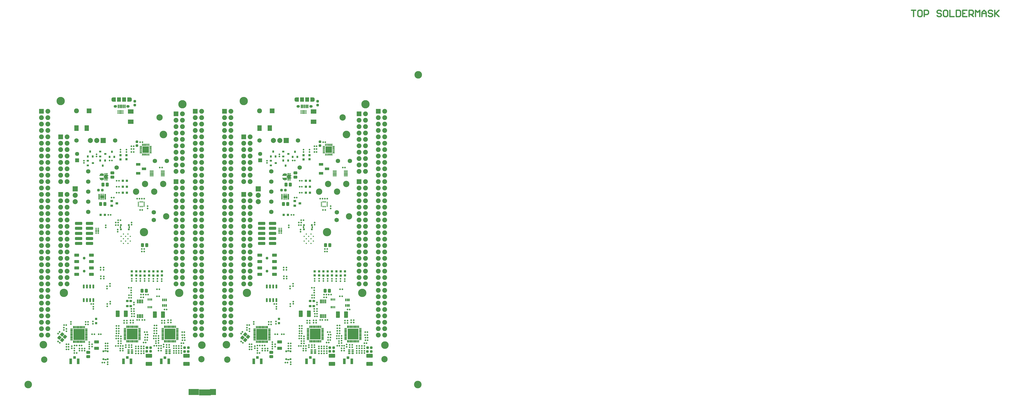
<source format=gts>
G04*
G04 #@! TF.GenerationSoftware,Altium Limited,Altium Designer,20.1.11 (218)*
G04*
G04 Layer_Color=8388736*
%FSLAX24Y24*%
%MOIN*%
G70*
G04*
G04 #@! TF.SameCoordinates,92D26CB7-C01A-42DE-83F2-B7204DD2D48F*
G04*
G04*
G04 #@! TF.FilePolarity,Negative*
G04*
G01*
G75*
%ADD13C,0.0200*%
%ADD163R,0.0935X0.0935*%
%ADD164R,0.1644X0.0935*%
%ADD165R,0.0512X0.0650*%
%ADD166C,0.1181*%
G04:AMPARAMS|DCode=167|XSize=48.8mil|YSize=52.8mil|CornerRadius=7.1mil|HoleSize=0mil|Usage=FLASHONLY|Rotation=320.000|XOffset=0mil|YOffset=0mil|HoleType=Round|Shape=RoundedRectangle|*
%AMROUNDEDRECTD167*
21,1,0.0488,0.0386,0,0,320.0*
21,1,0.0346,0.0528,0,0,320.0*
1,1,0.0142,0.0009,-0.0259*
1,1,0.0142,-0.0257,-0.0036*
1,1,0.0142,-0.0009,0.0259*
1,1,0.0142,0.0257,0.0036*
%
%ADD167ROUNDEDRECTD167*%
G04:AMPARAMS|DCode=168|XSize=23.9mil|YSize=23.9mil|CornerRadius=8mil|HoleSize=0mil|Usage=FLASHONLY|Rotation=180.000|XOffset=0mil|YOffset=0mil|HoleType=Round|Shape=RoundedRectangle|*
%AMROUNDEDRECTD168*
21,1,0.0239,0.0080,0,0,180.0*
21,1,0.0080,0.0239,0,0,180.0*
1,1,0.0159,-0.0040,0.0040*
1,1,0.0159,0.0040,0.0040*
1,1,0.0159,0.0040,-0.0040*
1,1,0.0159,-0.0040,-0.0040*
%
%ADD168ROUNDEDRECTD168*%
G04:AMPARAMS|DCode=169|XSize=11.8mil|YSize=26.2mil|CornerRadius=3.2mil|HoleSize=0mil|Usage=FLASHONLY|Rotation=90.000|XOffset=0mil|YOffset=0mil|HoleType=Round|Shape=RoundedRectangle|*
%AMROUNDEDRECTD169*
21,1,0.0118,0.0199,0,0,90.0*
21,1,0.0055,0.0262,0,0,90.0*
1,1,0.0063,0.0099,0.0028*
1,1,0.0063,0.0099,-0.0028*
1,1,0.0063,-0.0099,-0.0028*
1,1,0.0063,-0.0099,0.0028*
%
%ADD169ROUNDEDRECTD169*%
G04:AMPARAMS|DCode=170|XSize=19.7mil|YSize=26.2mil|CornerRadius=3.2mil|HoleSize=0mil|Usage=FLASHONLY|Rotation=90.000|XOffset=0mil|YOffset=0mil|HoleType=Round|Shape=RoundedRectangle|*
%AMROUNDEDRECTD170*
21,1,0.0197,0.0197,0,0,90.0*
21,1,0.0132,0.0262,0,0,90.0*
1,1,0.0065,0.0099,0.0066*
1,1,0.0065,0.0099,-0.0066*
1,1,0.0065,-0.0099,-0.0066*
1,1,0.0065,-0.0099,0.0066*
%
%ADD170ROUNDEDRECTD170*%
G04:AMPARAMS|DCode=171|XSize=23.9mil|YSize=23.9mil|CornerRadius=8mil|HoleSize=0mil|Usage=FLASHONLY|Rotation=90.000|XOffset=0mil|YOffset=0mil|HoleType=Round|Shape=RoundedRectangle|*
%AMROUNDEDRECTD171*
21,1,0.0239,0.0080,0,0,90.0*
21,1,0.0080,0.0239,0,0,90.0*
1,1,0.0159,0.0040,0.0040*
1,1,0.0159,0.0040,-0.0040*
1,1,0.0159,-0.0040,-0.0040*
1,1,0.0159,-0.0040,0.0040*
%
%ADD171ROUNDEDRECTD171*%
G04:AMPARAMS|DCode=172|XSize=11.8mil|YSize=26.2mil|CornerRadius=3.2mil|HoleSize=0mil|Usage=FLASHONLY|Rotation=0.000|XOffset=0mil|YOffset=0mil|HoleType=Round|Shape=RoundedRectangle|*
%AMROUNDEDRECTD172*
21,1,0.0118,0.0199,0,0,0.0*
21,1,0.0055,0.0262,0,0,0.0*
1,1,0.0063,0.0028,-0.0099*
1,1,0.0063,-0.0028,-0.0099*
1,1,0.0063,-0.0028,0.0099*
1,1,0.0063,0.0028,0.0099*
%
%ADD172ROUNDEDRECTD172*%
G04:AMPARAMS|DCode=173|XSize=19.7mil|YSize=26.2mil|CornerRadius=3.2mil|HoleSize=0mil|Usage=FLASHONLY|Rotation=0.000|XOffset=0mil|YOffset=0mil|HoleType=Round|Shape=RoundedRectangle|*
%AMROUNDEDRECTD173*
21,1,0.0197,0.0197,0,0,0.0*
21,1,0.0132,0.0262,0,0,0.0*
1,1,0.0065,0.0066,-0.0099*
1,1,0.0065,-0.0066,-0.0099*
1,1,0.0065,-0.0066,0.0099*
1,1,0.0065,0.0066,0.0099*
%
%ADD173ROUNDEDRECTD173*%
G04:AMPARAMS|DCode=174|XSize=19.7mil|YSize=57.1mil|CornerRadius=5.9mil|HoleSize=0mil|Usage=FLASHONLY|Rotation=180.000|XOffset=0mil|YOffset=0mil|HoleType=Round|Shape=RoundedRectangle|*
%AMROUNDEDRECTD174*
21,1,0.0197,0.0453,0,0,180.0*
21,1,0.0079,0.0571,0,0,180.0*
1,1,0.0118,-0.0039,0.0226*
1,1,0.0118,0.0039,0.0226*
1,1,0.0118,0.0039,-0.0226*
1,1,0.0118,-0.0039,-0.0226*
%
%ADD174ROUNDEDRECTD174*%
%ADD175R,0.0630X0.0650*%
%ADD176R,0.1732X0.1732*%
G04:AMPARAMS|DCode=177|XSize=11.8mil|YSize=37.4mil|CornerRadius=2.8mil|HoleSize=0mil|Usage=FLASHONLY|Rotation=180.000|XOffset=0mil|YOffset=0mil|HoleType=Round|Shape=RoundedRectangle|*
%AMROUNDEDRECTD177*
21,1,0.0118,0.0319,0,0,180.0*
21,1,0.0063,0.0374,0,0,180.0*
1,1,0.0055,-0.0032,0.0159*
1,1,0.0055,0.0032,0.0159*
1,1,0.0055,0.0032,-0.0159*
1,1,0.0055,-0.0032,-0.0159*
%
%ADD177ROUNDEDRECTD177*%
G04:AMPARAMS|DCode=178|XSize=11.8mil|YSize=37.4mil|CornerRadius=2.8mil|HoleSize=0mil|Usage=FLASHONLY|Rotation=90.000|XOffset=0mil|YOffset=0mil|HoleType=Round|Shape=RoundedRectangle|*
%AMROUNDEDRECTD178*
21,1,0.0118,0.0319,0,0,90.0*
21,1,0.0063,0.0374,0,0,90.0*
1,1,0.0055,0.0159,0.0032*
1,1,0.0055,0.0159,-0.0032*
1,1,0.0055,-0.0159,-0.0032*
1,1,0.0055,-0.0159,0.0032*
%
%ADD178ROUNDEDRECTD178*%
G04:AMPARAMS|DCode=179|XSize=58.9mil|YSize=46.9mil|CornerRadius=9.9mil|HoleSize=0mil|Usage=FLASHONLY|Rotation=180.000|XOffset=0mil|YOffset=0mil|HoleType=Round|Shape=RoundedRectangle|*
%AMROUNDEDRECTD179*
21,1,0.0589,0.0271,0,0,180.0*
21,1,0.0391,0.0469,0,0,180.0*
1,1,0.0198,-0.0195,0.0135*
1,1,0.0198,0.0195,0.0135*
1,1,0.0198,0.0195,-0.0135*
1,1,0.0198,-0.0195,-0.0135*
%
%ADD179ROUNDEDRECTD179*%
%ADD180R,0.0177X0.0187*%
%ADD181R,0.0197X0.0866*%
%ADD182R,0.0449X0.0909*%
%ADD183R,0.0429X0.0449*%
G04:AMPARAMS|DCode=184|XSize=43.4mil|YSize=112.3mil|CornerRadius=5.9mil|HoleSize=0mil|Usage=FLASHONLY|Rotation=270.000|XOffset=0mil|YOffset=0mil|HoleType=Round|Shape=RoundedRectangle|*
%AMROUNDEDRECTD184*
21,1,0.0434,0.1004,0,0,270.0*
21,1,0.0315,0.1123,0,0,270.0*
1,1,0.0119,-0.0502,-0.0157*
1,1,0.0119,-0.0502,0.0157*
1,1,0.0119,0.0502,0.0157*
1,1,0.0119,0.0502,-0.0157*
%
%ADD184ROUNDEDRECTD184*%
G04:AMPARAMS|DCode=185|XSize=40.6mil|YSize=11.8mil|CornerRadius=2.4mil|HoleSize=0mil|Usage=FLASHONLY|Rotation=0.000|XOffset=0mil|YOffset=0mil|HoleType=Round|Shape=RoundedRectangle|*
%AMROUNDEDRECTD185*
21,1,0.0406,0.0069,0,0,0.0*
21,1,0.0357,0.0118,0,0,0.0*
1,1,0.0049,0.0178,-0.0035*
1,1,0.0049,-0.0178,-0.0035*
1,1,0.0049,-0.0178,0.0035*
1,1,0.0049,0.0178,0.0035*
%
%ADD185ROUNDEDRECTD185*%
G04:AMPARAMS|DCode=186|XSize=40.6mil|YSize=11.8mil|CornerRadius=2.4mil|HoleSize=0mil|Usage=FLASHONLY|Rotation=90.000|XOffset=0mil|YOffset=0mil|HoleType=Round|Shape=RoundedRectangle|*
%AMROUNDEDRECTD186*
21,1,0.0406,0.0069,0,0,90.0*
21,1,0.0357,0.0118,0,0,90.0*
1,1,0.0049,0.0035,0.0178*
1,1,0.0049,0.0035,-0.0178*
1,1,0.0049,-0.0035,-0.0178*
1,1,0.0049,-0.0035,0.0178*
%
%ADD186ROUNDEDRECTD186*%
%ADD187R,0.1709X0.1709*%
%ADD188R,0.0167X0.0197*%
%ADD189R,0.0118X0.0197*%
G04:AMPARAMS|DCode=190|XSize=58.9mil|YSize=46.9mil|CornerRadius=9.9mil|HoleSize=0mil|Usage=FLASHONLY|Rotation=270.000|XOffset=0mil|YOffset=0mil|HoleType=Round|Shape=RoundedRectangle|*
%AMROUNDEDRECTD190*
21,1,0.0589,0.0271,0,0,270.0*
21,1,0.0391,0.0469,0,0,270.0*
1,1,0.0198,-0.0135,-0.0195*
1,1,0.0198,-0.0135,0.0195*
1,1,0.0198,0.0135,0.0195*
1,1,0.0198,0.0135,-0.0195*
%
%ADD190ROUNDEDRECTD190*%
G04:AMPARAMS|DCode=191|XSize=45.7mil|YSize=75.6mil|CornerRadius=6.8mil|HoleSize=0mil|Usage=FLASHONLY|Rotation=270.000|XOffset=0mil|YOffset=0mil|HoleType=Round|Shape=RoundedRectangle|*
%AMROUNDEDRECTD191*
21,1,0.0457,0.0620,0,0,270.0*
21,1,0.0321,0.0756,0,0,270.0*
1,1,0.0135,-0.0310,-0.0161*
1,1,0.0135,-0.0310,0.0161*
1,1,0.0135,0.0310,0.0161*
1,1,0.0135,0.0310,-0.0161*
%
%ADD191ROUNDEDRECTD191*%
G04:AMPARAMS|DCode=192|XSize=27.6mil|YSize=29.5mil|CornerRadius=4.3mil|HoleSize=0mil|Usage=FLASHONLY|Rotation=270.000|XOffset=0mil|YOffset=0mil|HoleType=Round|Shape=RoundedRectangle|*
%AMROUNDEDRECTD192*
21,1,0.0276,0.0209,0,0,270.0*
21,1,0.0189,0.0295,0,0,270.0*
1,1,0.0087,-0.0104,-0.0094*
1,1,0.0087,-0.0104,0.0094*
1,1,0.0087,0.0104,0.0094*
1,1,0.0087,0.0104,-0.0094*
%
%ADD192ROUNDEDRECTD192*%
G04:AMPARAMS|DCode=193|XSize=31.5mil|YSize=17.7mil|CornerRadius=3.3mil|HoleSize=0mil|Usage=FLASHONLY|Rotation=90.000|XOffset=0mil|YOffset=0mil|HoleType=Round|Shape=RoundedRectangle|*
%AMROUNDEDRECTD193*
21,1,0.0315,0.0110,0,0,90.0*
21,1,0.0248,0.0177,0,0,90.0*
1,1,0.0067,0.0055,0.0124*
1,1,0.0067,0.0055,-0.0124*
1,1,0.0067,-0.0055,-0.0124*
1,1,0.0067,-0.0055,0.0124*
%
%ADD193ROUNDEDRECTD193*%
%ADD194R,0.0370X0.0370*%
G04:AMPARAMS|DCode=195|XSize=30.3mil|YSize=39mil|CornerRadius=4mil|HoleSize=0mil|Usage=FLASHONLY|Rotation=270.000|XOffset=0mil|YOffset=0mil|HoleType=Round|Shape=RoundedRectangle|*
%AMROUNDEDRECTD195*
21,1,0.0303,0.0310,0,0,270.0*
21,1,0.0223,0.0390,0,0,270.0*
1,1,0.0080,-0.0155,-0.0112*
1,1,0.0080,-0.0155,0.0112*
1,1,0.0080,0.0155,0.0112*
1,1,0.0080,0.0155,-0.0112*
%
%ADD195ROUNDEDRECTD195*%
G04:AMPARAMS|DCode=196|XSize=21.7mil|YSize=63mil|CornerRadius=3.7mil|HoleSize=0mil|Usage=FLASHONLY|Rotation=180.000|XOffset=0mil|YOffset=0mil|HoleType=Round|Shape=RoundedRectangle|*
%AMROUNDEDRECTD196*
21,1,0.0217,0.0555,0,0,180.0*
21,1,0.0142,0.0630,0,0,180.0*
1,1,0.0075,-0.0071,0.0278*
1,1,0.0075,0.0071,0.0278*
1,1,0.0075,0.0071,-0.0278*
1,1,0.0075,-0.0071,-0.0278*
%
%ADD196ROUNDEDRECTD196*%
%ADD197R,0.1043X0.1043*%
%ADD198R,0.0157X0.0315*%
%ADD199R,0.0315X0.0157*%
G04:AMPARAMS|DCode=200|XSize=23.9mil|YSize=23.9mil|CornerRadius=8mil|HoleSize=0mil|Usage=FLASHONLY|Rotation=140.000|XOffset=0mil|YOffset=0mil|HoleType=Round|Shape=RoundedRectangle|*
%AMROUNDEDRECTD200*
21,1,0.0239,0.0080,0,0,140.0*
21,1,0.0080,0.0239,0,0,140.0*
1,1,0.0159,-0.0005,0.0056*
1,1,0.0159,0.0056,0.0005*
1,1,0.0159,0.0005,-0.0056*
1,1,0.0159,-0.0056,-0.0005*
%
%ADD200ROUNDEDRECTD200*%
G04:AMPARAMS|DCode=201|XSize=38.9mil|YSize=37.9mil|CornerRadius=7.9mil|HoleSize=0mil|Usage=FLASHONLY|Rotation=180.000|XOffset=0mil|YOffset=0mil|HoleType=Round|Shape=RoundedRectangle|*
%AMROUNDEDRECTD201*
21,1,0.0389,0.0221,0,0,180.0*
21,1,0.0231,0.0379,0,0,180.0*
1,1,0.0158,-0.0116,0.0111*
1,1,0.0158,0.0116,0.0111*
1,1,0.0158,0.0116,-0.0111*
1,1,0.0158,-0.0116,-0.0111*
%
%ADD201ROUNDEDRECTD201*%
G04:AMPARAMS|DCode=202|XSize=102.4mil|YSize=63mil|CornerRadius=13.8mil|HoleSize=0mil|Usage=FLASHONLY|Rotation=180.000|XOffset=0mil|YOffset=0mil|HoleType=Round|Shape=RoundedRectangle|*
%AMROUNDEDRECTD202*
21,1,0.1024,0.0354,0,0,180.0*
21,1,0.0748,0.0630,0,0,180.0*
1,1,0.0276,-0.0374,0.0177*
1,1,0.0276,0.0374,0.0177*
1,1,0.0276,0.0374,-0.0177*
1,1,0.0276,-0.0374,-0.0177*
%
%ADD202ROUNDEDRECTD202*%
G04:AMPARAMS|DCode=203|XSize=29.1mil|YSize=62.6mil|CornerRadius=6.3mil|HoleSize=0mil|Usage=FLASHONLY|Rotation=0.000|XOffset=0mil|YOffset=0mil|HoleType=Round|Shape=RoundedRectangle|*
%AMROUNDEDRECTD203*
21,1,0.0291,0.0500,0,0,0.0*
21,1,0.0165,0.0626,0,0,0.0*
1,1,0.0126,0.0083,-0.0250*
1,1,0.0126,-0.0083,-0.0250*
1,1,0.0126,-0.0083,0.0250*
1,1,0.0126,0.0083,0.0250*
%
%ADD203ROUNDEDRECTD203*%
%ADD204R,0.0246X0.0157*%
%ADD205R,0.0157X0.0246*%
%ADD206R,0.0370X0.0370*%
G04:AMPARAMS|DCode=207|XSize=76.4mil|YSize=44.9mil|CornerRadius=6.7mil|HoleSize=0mil|Usage=FLASHONLY|Rotation=0.000|XOffset=0mil|YOffset=0mil|HoleType=Round|Shape=RoundedRectangle|*
%AMROUNDEDRECTD207*
21,1,0.0764,0.0315,0,0,0.0*
21,1,0.0630,0.0449,0,0,0.0*
1,1,0.0134,0.0315,-0.0157*
1,1,0.0134,-0.0315,-0.0157*
1,1,0.0134,-0.0315,0.0157*
1,1,0.0134,0.0315,0.0157*
%
%ADD207ROUNDEDRECTD207*%
G04:AMPARAMS|DCode=208|XSize=31.5mil|YSize=17.7mil|CornerRadius=3.3mil|HoleSize=0mil|Usage=FLASHONLY|Rotation=0.000|XOffset=0mil|YOffset=0mil|HoleType=Round|Shape=RoundedRectangle|*
%AMROUNDEDRECTD208*
21,1,0.0315,0.0110,0,0,0.0*
21,1,0.0248,0.0177,0,0,0.0*
1,1,0.0067,0.0124,-0.0055*
1,1,0.0067,-0.0124,-0.0055*
1,1,0.0067,-0.0124,0.0055*
1,1,0.0067,0.0124,0.0055*
%
%ADD208ROUNDEDRECTD208*%
G04:AMPARAMS|DCode=209|XSize=27.6mil|YSize=29.5mil|CornerRadius=4.3mil|HoleSize=0mil|Usage=FLASHONLY|Rotation=0.000|XOffset=0mil|YOffset=0mil|HoleType=Round|Shape=RoundedRectangle|*
%AMROUNDEDRECTD209*
21,1,0.0276,0.0209,0,0,0.0*
21,1,0.0189,0.0295,0,0,0.0*
1,1,0.0087,0.0094,-0.0104*
1,1,0.0087,-0.0094,-0.0104*
1,1,0.0087,-0.0094,0.0104*
1,1,0.0087,0.0094,0.0104*
%
%ADD209ROUNDEDRECTD209*%
G04:AMPARAMS|DCode=210|XSize=15.7mil|YSize=35.4mil|CornerRadius=3.2mil|HoleSize=0mil|Usage=FLASHONLY|Rotation=180.000|XOffset=0mil|YOffset=0mil|HoleType=Round|Shape=RoundedRectangle|*
%AMROUNDEDRECTD210*
21,1,0.0157,0.0291,0,0,180.0*
21,1,0.0094,0.0354,0,0,180.0*
1,1,0.0063,-0.0047,0.0146*
1,1,0.0063,0.0047,0.0146*
1,1,0.0063,0.0047,-0.0146*
1,1,0.0063,-0.0047,-0.0146*
%
%ADD210ROUNDEDRECTD210*%
G04:AMPARAMS|DCode=211|XSize=102.4mil|YSize=63mil|CornerRadius=13.8mil|HoleSize=0mil|Usage=FLASHONLY|Rotation=90.000|XOffset=0mil|YOffset=0mil|HoleType=Round|Shape=RoundedRectangle|*
%AMROUNDEDRECTD211*
21,1,0.1024,0.0354,0,0,90.0*
21,1,0.0748,0.0630,0,0,90.0*
1,1,0.0276,0.0177,0.0374*
1,1,0.0276,0.0177,-0.0374*
1,1,0.0276,-0.0177,-0.0374*
1,1,0.0276,-0.0177,0.0374*
%
%ADD211ROUNDEDRECTD211*%
G04:AMPARAMS|DCode=212|XSize=19.7mil|YSize=39.4mil|CornerRadius=2.8mil|HoleSize=0mil|Usage=FLASHONLY|Rotation=0.000|XOffset=0mil|YOffset=0mil|HoleType=Round|Shape=RoundedRectangle|*
%AMROUNDEDRECTD212*
21,1,0.0197,0.0339,0,0,0.0*
21,1,0.0142,0.0394,0,0,0.0*
1,1,0.0055,0.0071,-0.0169*
1,1,0.0055,-0.0071,-0.0169*
1,1,0.0055,-0.0071,0.0169*
1,1,0.0055,0.0071,0.0169*
%
%ADD212ROUNDEDRECTD212*%
G04:AMPARAMS|DCode=213|XSize=37mil|YSize=17.3mil|CornerRadius=3.9mil|HoleSize=0mil|Usage=FLASHONLY|Rotation=180.000|XOffset=0mil|YOffset=0mil|HoleType=Round|Shape=RoundedRectangle|*
%AMROUNDEDRECTD213*
21,1,0.0370,0.0094,0,0,180.0*
21,1,0.0291,0.0173,0,0,180.0*
1,1,0.0079,-0.0146,0.0047*
1,1,0.0079,0.0146,0.0047*
1,1,0.0079,0.0146,-0.0047*
1,1,0.0079,-0.0146,-0.0047*
%
%ADD213ROUNDEDRECTD213*%
%ADD214R,0.0291X0.0331*%
%ADD215R,0.0409X0.0370*%
%ADD216R,0.0913X0.0654*%
G04:AMPARAMS|DCode=217|XSize=15.7mil|YSize=61mil|CornerRadius=3.7mil|HoleSize=0mil|Usage=FLASHONLY|Rotation=90.000|XOffset=0mil|YOffset=0mil|HoleType=Round|Shape=RoundedRectangle|*
%AMROUNDEDRECTD217*
21,1,0.0157,0.0535,0,0,90.0*
21,1,0.0083,0.0610,0,0,90.0*
1,1,0.0075,0.0268,0.0041*
1,1,0.0075,0.0268,-0.0041*
1,1,0.0075,-0.0268,-0.0041*
1,1,0.0075,-0.0268,0.0041*
%
%ADD217ROUNDEDRECTD217*%
G04:AMPARAMS|DCode=218|XSize=38.9mil|YSize=37.9mil|CornerRadius=7.9mil|HoleSize=0mil|Usage=FLASHONLY|Rotation=270.000|XOffset=0mil|YOffset=0mil|HoleType=Round|Shape=RoundedRectangle|*
%AMROUNDEDRECTD218*
21,1,0.0389,0.0221,0,0,270.0*
21,1,0.0231,0.0379,0,0,270.0*
1,1,0.0158,-0.0111,-0.0116*
1,1,0.0158,-0.0111,0.0116*
1,1,0.0158,0.0111,0.0116*
1,1,0.0158,0.0111,-0.0116*
%
%ADD218ROUNDEDRECTD218*%
G04:AMPARAMS|DCode=219|XSize=23.9mil|YSize=23.9mil|CornerRadius=8mil|HoleSize=0mil|Usage=FLASHONLY|Rotation=50.000|XOffset=0mil|YOffset=0mil|HoleType=Round|Shape=RoundedRectangle|*
%AMROUNDEDRECTD219*
21,1,0.0239,0.0080,0,0,50.0*
21,1,0.0080,0.0239,0,0,50.0*
1,1,0.0159,0.0056,0.0005*
1,1,0.0159,0.0005,-0.0056*
1,1,0.0159,-0.0056,-0.0005*
1,1,0.0159,-0.0005,0.0056*
%
%ADD219ROUNDEDRECTD219*%
%ADD220R,0.0685X0.0449*%
%ADD221R,0.0275X0.0340*%
%ADD222R,0.0340X0.0275*%
%ADD223R,0.0331X0.0291*%
%ADD224R,0.0654X0.0913*%
G04:AMPARAMS|DCode=225|XSize=53.1mil|YSize=41.3mil|CornerRadius=20.7mil|HoleSize=0mil|Usage=FLASHONLY|Rotation=180.000|XOffset=0mil|YOffset=0mil|HoleType=Round|Shape=RoundedRectangle|*
%AMROUNDEDRECTD225*
21,1,0.0531,0.0000,0,0,180.0*
21,1,0.0118,0.0413,0,0,180.0*
1,1,0.0413,-0.0059,0.0000*
1,1,0.0413,0.0059,0.0000*
1,1,0.0413,0.0059,0.0000*
1,1,0.0413,-0.0059,0.0000*
%
%ADD225ROUNDEDRECTD225*%
G04:AMPARAMS|DCode=226|XSize=41.3mil|YSize=65mil|CornerRadius=20.7mil|HoleSize=0mil|Usage=FLASHONLY|Rotation=180.000|XOffset=0mil|YOffset=0mil|HoleType=Round|Shape=RoundedRectangle|*
%AMROUNDEDRECTD226*
21,1,0.0413,0.0236,0,0,180.0*
21,1,0.0000,0.0650,0,0,180.0*
1,1,0.0413,0.0000,0.0118*
1,1,0.0413,0.0000,0.0118*
1,1,0.0413,0.0000,-0.0118*
1,1,0.0413,0.0000,-0.0118*
%
%ADD226ROUNDEDRECTD226*%
%ADD227R,0.0640X0.0640*%
%ADD228C,0.0640*%
%ADD229C,0.0434*%
%ADD230C,0.0680*%
%ADD231C,0.0749*%
%ADD232R,0.0749X0.0749*%
%ADD233C,0.1300*%
%ADD234C,0.0985*%
%ADD235R,0.0787X0.0787*%
%ADD236C,0.0787*%
%ADD237C,0.0768*%
%ADD238R,0.0768X0.0768*%
%ADD239R,0.0787X0.0787*%
%ADD240C,0.0197*%
%ADD241C,0.0237*%
%ADD242C,0.0240*%
G36*
X18611Y34689D02*
X18609Y34682D01*
X18603Y34670D01*
X18596Y34659D01*
X18587Y34649D01*
X18576Y34641D01*
X18564Y34635D01*
X18552Y34630D01*
X18539Y34628D01*
X18525D01*
X18512Y34630D01*
X18499Y34635D01*
X18488Y34641D01*
X18477Y34649D01*
X18468Y34659D01*
X18460Y34670D01*
X18455Y34682D01*
X18453Y34689D01*
X18453Y34689D01*
Y34846D01*
X18611D01*
Y34689D01*
D02*
G37*
G36*
X18414D02*
X18412Y34682D01*
X18406Y34670D01*
X18399Y34659D01*
X18390Y34649D01*
X18379Y34641D01*
X18368Y34635D01*
X18355Y34630D01*
X18342Y34628D01*
X18328D01*
X18315Y34630D01*
X18302Y34635D01*
X18291Y34641D01*
X18280Y34649D01*
X18271Y34659D01*
X18263Y34670D01*
X18258Y34682D01*
X18256Y34689D01*
X18256Y34689D01*
Y34846D01*
X18414D01*
Y34689D01*
D02*
G37*
G36*
X18217D02*
X18215Y34682D01*
X18210Y34670D01*
X18202Y34659D01*
X18193Y34649D01*
X18182Y34641D01*
X18171Y34635D01*
X18158Y34630D01*
X18145Y34628D01*
X18131D01*
X18118Y34630D01*
X18106Y34635D01*
X18094Y34641D01*
X18083Y34649D01*
X18074Y34659D01*
X18067Y34670D01*
X18061Y34682D01*
X18059Y34689D01*
X18059Y34689D01*
Y34846D01*
X18217D01*
Y34689D01*
D02*
G37*
G36*
X18020D02*
X18018Y34682D01*
X18013Y34670D01*
X18005Y34659D01*
X17996Y34649D01*
X17986Y34641D01*
X17974Y34635D01*
X17961Y34630D01*
X17948Y34628D01*
X17935D01*
X17921Y34630D01*
X17909Y34635D01*
X17897Y34641D01*
X17886Y34649D01*
X17877Y34659D01*
X17870Y34670D01*
X17864Y34682D01*
X17863Y34689D01*
X17863Y34689D01*
Y34846D01*
X18020D01*
Y34689D01*
D02*
G37*
G36*
X17823D02*
X17821Y34682D01*
X17816Y34670D01*
X17809Y34659D01*
X17799Y34649D01*
X17789Y34641D01*
X17777Y34635D01*
X17764Y34630D01*
X17751Y34628D01*
X17738D01*
X17725Y34630D01*
X17712Y34635D01*
X17700Y34641D01*
X17690Y34649D01*
X17680Y34659D01*
X17673Y34670D01*
X17667Y34682D01*
X17666Y34689D01*
X17666Y34689D01*
Y34846D01*
X17823D01*
Y34689D01*
D02*
G37*
G36*
X17626D02*
X17625Y34682D01*
X17619Y34670D01*
X17612Y34659D01*
X17603Y34649D01*
X17592Y34641D01*
X17580Y34635D01*
X17567Y34630D01*
X17554Y34628D01*
X17541D01*
X17528Y34630D01*
X17515Y34635D01*
X17503Y34641D01*
X17493Y34649D01*
X17484Y34659D01*
X17476Y34670D01*
X17471Y34682D01*
X17469Y34689D01*
X17469Y34689D01*
Y34846D01*
X17626D01*
Y34689D01*
D02*
G37*
G36*
X-9948D02*
X-9950Y34682D01*
X-9956Y34670D01*
X-9963Y34659D01*
X-9972Y34649D01*
X-9983Y34641D01*
X-9995Y34635D01*
X-10007Y34630D01*
X-10021Y34628D01*
X-10034D01*
X-10047Y34630D01*
X-10060Y34635D01*
X-10072Y34641D01*
X-10082Y34649D01*
X-10091Y34659D01*
X-10099Y34670D01*
X-10104Y34682D01*
X-10106Y34689D01*
X-10106Y34689D01*
Y34846D01*
X-9948D01*
Y34689D01*
D02*
G37*
G36*
X-10145D02*
X-10147Y34682D01*
X-10153Y34670D01*
X-10160Y34659D01*
X-10169Y34649D01*
X-10180Y34641D01*
X-10192Y34635D01*
X-10204Y34630D01*
X-10217Y34628D01*
X-10231D01*
X-10244Y34630D01*
X-10257Y34635D01*
X-10268Y34641D01*
X-10279Y34649D01*
X-10288Y34659D01*
X-10296Y34670D01*
X-10301Y34682D01*
X-10303Y34689D01*
X-10303Y34689D01*
Y34846D01*
X-10145D01*
Y34689D01*
D02*
G37*
G36*
X-10342D02*
X-10344Y34682D01*
X-10349Y34670D01*
X-10357Y34659D01*
X-10366Y34649D01*
X-10377Y34641D01*
X-10388Y34635D01*
X-10401Y34630D01*
X-10414Y34628D01*
X-10428D01*
X-10441Y34630D01*
X-10453Y34635D01*
X-10465Y34641D01*
X-10476Y34649D01*
X-10485Y34659D01*
X-10492Y34670D01*
X-10498Y34682D01*
X-10500Y34689D01*
X-10500Y34689D01*
Y34846D01*
X-10342D01*
Y34689D01*
D02*
G37*
G36*
X-10539D02*
X-10541Y34682D01*
X-10546Y34670D01*
X-10554Y34659D01*
X-10563Y34649D01*
X-10573Y34641D01*
X-10585Y34635D01*
X-10598Y34630D01*
X-10611Y34628D01*
X-10624D01*
X-10638Y34630D01*
X-10650Y34635D01*
X-10662Y34641D01*
X-10673Y34649D01*
X-10682Y34659D01*
X-10689Y34670D01*
X-10695Y34682D01*
X-10697Y34689D01*
X-10697Y34689D01*
Y34846D01*
X-10539D01*
Y34689D01*
D02*
G37*
G36*
X-10736D02*
X-10738Y34682D01*
X-10743Y34670D01*
X-10751Y34659D01*
X-10760Y34649D01*
X-10770Y34641D01*
X-10782Y34635D01*
X-10795Y34630D01*
X-10808Y34628D01*
X-10821D01*
X-10835Y34630D01*
X-10847Y34635D01*
X-10859Y34641D01*
X-10870Y34649D01*
X-10879Y34659D01*
X-10886Y34670D01*
X-10892Y34682D01*
X-10893Y34689D01*
X-10893Y34689D01*
Y34846D01*
X-10736D01*
Y34689D01*
D02*
G37*
G36*
X-10933D02*
X-10934Y34682D01*
X-10940Y34670D01*
X-10947Y34659D01*
X-10957Y34649D01*
X-10967Y34641D01*
X-10979Y34635D01*
X-10992Y34630D01*
X-11005Y34628D01*
X-11018D01*
X-11031Y34630D01*
X-11044Y34635D01*
X-11056Y34641D01*
X-11066Y34649D01*
X-11076Y34659D01*
X-11083Y34670D01*
X-11088Y34682D01*
X-11090Y34689D01*
X-11090Y34689D01*
Y34846D01*
X-10933D01*
Y34689D01*
D02*
G37*
G36*
X18837Y34462D02*
X18679Y34462D01*
X18673Y34464D01*
X18661Y34470D01*
X18650Y34477D01*
X18640Y34486D01*
X18632Y34497D01*
X18626Y34509D01*
X18621Y34521D01*
X18619Y34534D01*
Y34548D01*
X18621Y34561D01*
X18626Y34574D01*
X18632Y34585D01*
X18640Y34596D01*
X18650Y34605D01*
X18661Y34613D01*
X18673Y34618D01*
X18679Y34620D01*
X18837D01*
Y34462D01*
D02*
G37*
G36*
X-9722D02*
X-9880Y34462D01*
X-9886Y34464D01*
X-9898Y34470D01*
X-9909Y34477D01*
X-9919Y34486D01*
X-9927Y34497D01*
X-9934Y34509D01*
X-9938Y34521D01*
X-9940Y34534D01*
Y34548D01*
X-9938Y34561D01*
X-9934Y34574D01*
X-9927Y34585D01*
X-9919Y34596D01*
X-9909Y34605D01*
X-9898Y34613D01*
X-9886Y34618D01*
X-9880Y34620D01*
X-9722D01*
Y34462D01*
D02*
G37*
G36*
X17406Y34618D02*
X17419Y34613D01*
X17430Y34605D01*
X17439Y34596D01*
X17448Y34585D01*
X17454Y34574D01*
X17458Y34561D01*
X17460Y34548D01*
Y34534D01*
X17458Y34521D01*
X17454Y34509D01*
X17448Y34497D01*
X17439Y34486D01*
X17430Y34477D01*
X17419Y34470D01*
X17406Y34464D01*
X17400Y34462D01*
Y34462D01*
X17242D01*
Y34620D01*
X17400D01*
X17406Y34618D01*
D02*
G37*
G36*
X-11153D02*
X-11140Y34613D01*
X-11129Y34605D01*
X-11120Y34596D01*
X-11111Y34585D01*
X-11105Y34574D01*
X-11101Y34561D01*
X-11099Y34548D01*
Y34534D01*
X-11101Y34521D01*
X-11105Y34509D01*
X-11111Y34497D01*
X-11120Y34486D01*
X-11129Y34477D01*
X-11140Y34470D01*
X-11153Y34464D01*
X-11159Y34462D01*
Y34462D01*
X-11317D01*
Y34620D01*
X-11159D01*
X-11153Y34618D01*
D02*
G37*
G36*
X18837Y34266D02*
X18679Y34266D01*
X18673Y34267D01*
X18661Y34273D01*
X18650Y34280D01*
X18640Y34289D01*
X18632Y34300D01*
X18626Y34312D01*
X18621Y34324D01*
X18619Y34338D01*
Y34351D01*
X18621Y34364D01*
X18626Y34377D01*
X18632Y34389D01*
X18640Y34399D01*
X18650Y34408D01*
X18661Y34416D01*
X18673Y34421D01*
X18679Y34423D01*
X18837D01*
Y34266D01*
D02*
G37*
G36*
X-9722D02*
X-9880Y34266D01*
X-9886Y34267D01*
X-9898Y34273D01*
X-9909Y34280D01*
X-9919Y34289D01*
X-9927Y34300D01*
X-9934Y34312D01*
X-9938Y34324D01*
X-9940Y34338D01*
Y34351D01*
X-9938Y34364D01*
X-9934Y34377D01*
X-9927Y34389D01*
X-9919Y34399D01*
X-9909Y34408D01*
X-9898Y34416D01*
X-9886Y34421D01*
X-9880Y34423D01*
X-9722D01*
Y34266D01*
D02*
G37*
G36*
X17406Y34421D02*
X17419Y34416D01*
X17430Y34408D01*
X17439Y34399D01*
X17448Y34389D01*
X17454Y34377D01*
X17458Y34364D01*
X17460Y34351D01*
Y34338D01*
X17458Y34324D01*
X17454Y34312D01*
X17448Y34300D01*
X17439Y34289D01*
X17430Y34280D01*
X17419Y34273D01*
X17406Y34267D01*
X17400Y34266D01*
Y34266D01*
X17242D01*
Y34423D01*
X17400D01*
X17406Y34421D01*
D02*
G37*
G36*
X-11153D02*
X-11140Y34416D01*
X-11129Y34408D01*
X-11120Y34399D01*
X-11111Y34389D01*
X-11105Y34377D01*
X-11101Y34364D01*
X-11099Y34351D01*
Y34338D01*
X-11101Y34324D01*
X-11105Y34312D01*
X-11111Y34300D01*
X-11120Y34289D01*
X-11129Y34280D01*
X-11140Y34273D01*
X-11153Y34267D01*
X-11159Y34266D01*
Y34266D01*
X-11317D01*
Y34423D01*
X-11159D01*
X-11153Y34421D01*
D02*
G37*
G36*
X18837Y34069D02*
X18679Y34069D01*
X18673Y34070D01*
X18661Y34076D01*
X18650Y34083D01*
X18640Y34092D01*
X18632Y34103D01*
X18626Y34115D01*
X18621Y34128D01*
X18619Y34141D01*
Y34154D01*
X18621Y34167D01*
X18626Y34180D01*
X18632Y34192D01*
X18640Y34202D01*
X18650Y34211D01*
X18661Y34219D01*
X18673Y34224D01*
X18679Y34226D01*
X18837D01*
Y34069D01*
D02*
G37*
G36*
X17406Y34224D02*
X17419Y34219D01*
X17430Y34211D01*
X17439Y34202D01*
X17448Y34192D01*
X17454Y34180D01*
X17458Y34167D01*
X17460Y34154D01*
Y34141D01*
X17458Y34128D01*
X17454Y34115D01*
X17448Y34103D01*
X17439Y34092D01*
X17430Y34083D01*
X17419Y34076D01*
X17406Y34070D01*
X17400Y34069D01*
Y34069D01*
X17242D01*
Y34226D01*
X17400D01*
X17406Y34224D01*
D02*
G37*
G36*
X-9722Y34069D02*
X-9880Y34069D01*
X-9886Y34070D01*
X-9898Y34076D01*
X-9909Y34083D01*
X-9919Y34092D01*
X-9927Y34103D01*
X-9934Y34115D01*
X-9938Y34128D01*
X-9940Y34141D01*
Y34154D01*
X-9938Y34167D01*
X-9934Y34180D01*
X-9927Y34192D01*
X-9919Y34202D01*
X-9909Y34211D01*
X-9898Y34219D01*
X-9886Y34224D01*
X-9880Y34226D01*
X-9722D01*
Y34069D01*
D02*
G37*
G36*
X-11153Y34224D02*
X-11140Y34219D01*
X-11129Y34211D01*
X-11120Y34202D01*
X-11111Y34192D01*
X-11105Y34180D01*
X-11101Y34167D01*
X-11099Y34154D01*
Y34141D01*
X-11101Y34128D01*
X-11105Y34115D01*
X-11111Y34103D01*
X-11120Y34092D01*
X-11129Y34083D01*
X-11140Y34076D01*
X-11153Y34070D01*
X-11159Y34069D01*
Y34069D01*
X-11317D01*
Y34226D01*
X-11159D01*
X-11153Y34224D01*
D02*
G37*
G36*
X18837Y33872D02*
X18679Y33872D01*
X18673Y33874D01*
X18661Y33879D01*
X18650Y33886D01*
X18640Y33896D01*
X18632Y33906D01*
X18626Y33918D01*
X18621Y33931D01*
X18619Y33944D01*
Y33957D01*
X18621Y33970D01*
X18626Y33983D01*
X18632Y33995D01*
X18640Y34005D01*
X18650Y34015D01*
X18661Y34022D01*
X18673Y34028D01*
X18679Y34029D01*
X18837D01*
Y33872D01*
D02*
G37*
G36*
X17406Y34028D02*
X17419Y34022D01*
X17430Y34015D01*
X17439Y34005D01*
X17448Y33995D01*
X17454Y33983D01*
X17458Y33970D01*
X17460Y33957D01*
Y33944D01*
X17458Y33931D01*
X17454Y33918D01*
X17448Y33906D01*
X17439Y33896D01*
X17430Y33886D01*
X17419Y33879D01*
X17406Y33874D01*
X17400Y33872D01*
Y33872D01*
X17242D01*
Y34029D01*
X17400D01*
X17406Y34028D01*
D02*
G37*
G36*
X-9722Y33872D02*
X-9880Y33872D01*
X-9886Y33874D01*
X-9898Y33879D01*
X-9909Y33886D01*
X-9919Y33896D01*
X-9927Y33906D01*
X-9934Y33918D01*
X-9938Y33931D01*
X-9940Y33944D01*
Y33957D01*
X-9938Y33970D01*
X-9934Y33983D01*
X-9927Y33995D01*
X-9919Y34005D01*
X-9909Y34015D01*
X-9898Y34022D01*
X-9886Y34028D01*
X-9880Y34029D01*
X-9722D01*
Y33872D01*
D02*
G37*
G36*
X-11153Y34028D02*
X-11140Y34022D01*
X-11129Y34015D01*
X-11120Y34005D01*
X-11111Y33995D01*
X-11105Y33983D01*
X-11101Y33970D01*
X-11099Y33957D01*
Y33944D01*
X-11101Y33931D01*
X-11105Y33918D01*
X-11111Y33906D01*
X-11120Y33896D01*
X-11129Y33886D01*
X-11140Y33879D01*
X-11153Y33874D01*
X-11159Y33872D01*
Y33872D01*
X-11317D01*
Y34029D01*
X-11159D01*
X-11153Y34028D01*
D02*
G37*
G36*
X18837Y33675D02*
X18679Y33675D01*
X18673Y33677D01*
X18661Y33682D01*
X18650Y33690D01*
X18640Y33699D01*
X18632Y33709D01*
X18626Y33721D01*
X18621Y33734D01*
X18619Y33747D01*
Y33760D01*
X18621Y33774D01*
X18626Y33786D01*
X18632Y33798D01*
X18640Y33809D01*
X18650Y33818D01*
X18661Y33825D01*
X18673Y33831D01*
X18679Y33832D01*
X18837D01*
Y33675D01*
D02*
G37*
G36*
X-9722D02*
X-9880Y33675D01*
X-9886Y33677D01*
X-9898Y33682D01*
X-9909Y33690D01*
X-9919Y33699D01*
X-9927Y33709D01*
X-9934Y33721D01*
X-9938Y33734D01*
X-9940Y33747D01*
Y33760D01*
X-9938Y33774D01*
X-9934Y33786D01*
X-9927Y33798D01*
X-9919Y33809D01*
X-9909Y33818D01*
X-9898Y33825D01*
X-9886Y33831D01*
X-9880Y33832D01*
X-9722D01*
Y33675D01*
D02*
G37*
G36*
X17406Y33831D02*
X17419Y33825D01*
X17430Y33818D01*
X17439Y33809D01*
X17448Y33798D01*
X17454Y33786D01*
X17458Y33774D01*
X17460Y33760D01*
Y33747D01*
X17458Y33734D01*
X17454Y33721D01*
X17448Y33709D01*
X17439Y33699D01*
X17430Y33690D01*
X17419Y33682D01*
X17406Y33677D01*
X17400Y33675D01*
Y33675D01*
X17242D01*
Y33832D01*
X17400D01*
X17406Y33831D01*
D02*
G37*
G36*
X-11153D02*
X-11140Y33825D01*
X-11129Y33818D01*
X-11120Y33809D01*
X-11111Y33798D01*
X-11105Y33786D01*
X-11101Y33774D01*
X-11099Y33760D01*
Y33747D01*
X-11101Y33734D01*
X-11105Y33721D01*
X-11111Y33709D01*
X-11120Y33699D01*
X-11129Y33690D01*
X-11140Y33682D01*
X-11153Y33677D01*
X-11159Y33675D01*
Y33675D01*
X-11317D01*
Y33832D01*
X-11159D01*
X-11153Y33831D01*
D02*
G37*
G36*
X18837Y33478D02*
X18679Y33478D01*
X18673Y33480D01*
X18661Y33485D01*
X18650Y33493D01*
X18640Y33502D01*
X18632Y33513D01*
X18626Y33524D01*
X18621Y33537D01*
X18619Y33550D01*
Y33564D01*
X18621Y33577D01*
X18626Y33589D01*
X18632Y33601D01*
X18640Y33612D01*
X18650Y33621D01*
X18661Y33628D01*
X18673Y33634D01*
X18679Y33636D01*
X18837D01*
Y33478D01*
D02*
G37*
G36*
X-9722D02*
X-9880Y33478D01*
X-9886Y33480D01*
X-9898Y33485D01*
X-9909Y33493D01*
X-9919Y33502D01*
X-9927Y33513D01*
X-9934Y33524D01*
X-9938Y33537D01*
X-9940Y33550D01*
Y33564D01*
X-9938Y33577D01*
X-9934Y33589D01*
X-9927Y33601D01*
X-9919Y33612D01*
X-9909Y33621D01*
X-9898Y33628D01*
X-9886Y33634D01*
X-9880Y33636D01*
X-9722D01*
Y33478D01*
D02*
G37*
G36*
X17406Y33634D02*
X17419Y33628D01*
X17430Y33621D01*
X17439Y33612D01*
X17448Y33601D01*
X17454Y33589D01*
X17458Y33577D01*
X17460Y33564D01*
Y33550D01*
X17458Y33537D01*
X17454Y33524D01*
X17448Y33513D01*
X17439Y33502D01*
X17430Y33493D01*
X17419Y33485D01*
X17406Y33480D01*
X17400Y33478D01*
Y33478D01*
X17242D01*
Y33636D01*
X17400D01*
X17406Y33634D01*
D02*
G37*
G36*
X-11153D02*
X-11140Y33628D01*
X-11129Y33621D01*
X-11120Y33612D01*
X-11111Y33601D01*
X-11105Y33589D01*
X-11101Y33577D01*
X-11099Y33564D01*
Y33550D01*
X-11101Y33537D01*
X-11105Y33524D01*
X-11111Y33513D01*
X-11120Y33502D01*
X-11129Y33493D01*
X-11140Y33485D01*
X-11153Y33480D01*
X-11159Y33478D01*
Y33478D01*
X-11317D01*
Y33636D01*
X-11159D01*
X-11153Y33634D01*
D02*
G37*
G36*
X18552Y33467D02*
X18564Y33463D01*
X18576Y33457D01*
X18587Y33449D01*
X18596Y33439D01*
X18603Y33428D01*
X18609Y33416D01*
X18611Y33409D01*
Y33252D01*
X18453D01*
X18453Y33409D01*
X18455Y33416D01*
X18460Y33428D01*
X18468Y33439D01*
X18477Y33449D01*
X18488Y33457D01*
X18499Y33463D01*
X18512Y33467D01*
X18525Y33470D01*
X18539D01*
X18552Y33467D01*
D02*
G37*
G36*
X18355D02*
X18368Y33463D01*
X18379Y33457D01*
X18390Y33449D01*
X18399Y33439D01*
X18406Y33428D01*
X18412Y33416D01*
X18414Y33409D01*
Y33252D01*
X18256D01*
X18256Y33409D01*
X18258Y33416D01*
X18263Y33428D01*
X18271Y33439D01*
X18280Y33449D01*
X18291Y33457D01*
X18302Y33463D01*
X18315Y33467D01*
X18328Y33470D01*
X18342D01*
X18355Y33467D01*
D02*
G37*
G36*
X18158D02*
X18171Y33463D01*
X18182Y33457D01*
X18193Y33449D01*
X18202Y33439D01*
X18210Y33428D01*
X18215Y33416D01*
X18217Y33409D01*
Y33252D01*
X18059D01*
X18059Y33409D01*
X18061Y33416D01*
X18067Y33428D01*
X18074Y33439D01*
X18083Y33449D01*
X18094Y33457D01*
X18106Y33463D01*
X18118Y33467D01*
X18131Y33470D01*
X18145D01*
X18158Y33467D01*
D02*
G37*
G36*
X17961D02*
X17974Y33463D01*
X17986Y33457D01*
X17996Y33449D01*
X18005Y33439D01*
X18013Y33428D01*
X18018Y33416D01*
X18020Y33409D01*
Y33252D01*
X17863D01*
X17863Y33409D01*
X17864Y33416D01*
X17870Y33428D01*
X17877Y33439D01*
X17886Y33449D01*
X17897Y33457D01*
X17909Y33463D01*
X17921Y33467D01*
X17935Y33470D01*
X17948D01*
X17961Y33467D01*
D02*
G37*
G36*
X17764D02*
X17777Y33463D01*
X17789Y33457D01*
X17799Y33449D01*
X17809Y33439D01*
X17816Y33428D01*
X17821Y33416D01*
X17823Y33409D01*
Y33252D01*
X17666D01*
X17666Y33409D01*
X17667Y33416D01*
X17673Y33428D01*
X17680Y33439D01*
X17690Y33449D01*
X17700Y33457D01*
X17712Y33463D01*
X17725Y33467D01*
X17738Y33470D01*
X17751D01*
X17764Y33467D01*
D02*
G37*
G36*
X17567D02*
X17580Y33463D01*
X17592Y33457D01*
X17603Y33449D01*
X17612Y33439D01*
X17619Y33428D01*
X17625Y33416D01*
X17626Y33409D01*
Y33252D01*
X17469D01*
X17469Y33409D01*
X17471Y33416D01*
X17476Y33428D01*
X17484Y33439D01*
X17493Y33449D01*
X17503Y33457D01*
X17515Y33463D01*
X17528Y33467D01*
X17541Y33470D01*
X17554D01*
X17567Y33467D01*
D02*
G37*
G36*
X-10007D02*
X-9995Y33463D01*
X-9983Y33457D01*
X-9972Y33449D01*
X-9963Y33439D01*
X-9956Y33428D01*
X-9950Y33416D01*
X-9948Y33409D01*
Y33252D01*
X-10106D01*
X-10106Y33409D01*
X-10104Y33416D01*
X-10099Y33428D01*
X-10091Y33439D01*
X-10082Y33449D01*
X-10072Y33457D01*
X-10060Y33463D01*
X-10047Y33467D01*
X-10034Y33470D01*
X-10021D01*
X-10007Y33467D01*
D02*
G37*
G36*
X-10204D02*
X-10192Y33463D01*
X-10180Y33457D01*
X-10169Y33449D01*
X-10160Y33439D01*
X-10153Y33428D01*
X-10147Y33416D01*
X-10145Y33409D01*
Y33252D01*
X-10303D01*
X-10303Y33409D01*
X-10301Y33416D01*
X-10296Y33428D01*
X-10288Y33439D01*
X-10279Y33449D01*
X-10268Y33457D01*
X-10257Y33463D01*
X-10244Y33467D01*
X-10231Y33470D01*
X-10217D01*
X-10204Y33467D01*
D02*
G37*
G36*
X-10401D02*
X-10388Y33463D01*
X-10377Y33457D01*
X-10366Y33449D01*
X-10357Y33439D01*
X-10349Y33428D01*
X-10344Y33416D01*
X-10342Y33409D01*
Y33252D01*
X-10500D01*
X-10500Y33409D01*
X-10498Y33416D01*
X-10492Y33428D01*
X-10485Y33439D01*
X-10476Y33449D01*
X-10465Y33457D01*
X-10453Y33463D01*
X-10441Y33467D01*
X-10428Y33470D01*
X-10414D01*
X-10401Y33467D01*
D02*
G37*
G36*
X-10598D02*
X-10585Y33463D01*
X-10573Y33457D01*
X-10563Y33449D01*
X-10554Y33439D01*
X-10546Y33428D01*
X-10541Y33416D01*
X-10539Y33409D01*
Y33252D01*
X-10697D01*
X-10697Y33409D01*
X-10695Y33416D01*
X-10689Y33428D01*
X-10682Y33439D01*
X-10673Y33449D01*
X-10662Y33457D01*
X-10650Y33463D01*
X-10638Y33467D01*
X-10624Y33470D01*
X-10611D01*
X-10598Y33467D01*
D02*
G37*
G36*
X-10795D02*
X-10782Y33463D01*
X-10770Y33457D01*
X-10760Y33449D01*
X-10751Y33439D01*
X-10743Y33428D01*
X-10738Y33416D01*
X-10736Y33409D01*
Y33252D01*
X-10893D01*
X-10893Y33409D01*
X-10892Y33416D01*
X-10886Y33428D01*
X-10879Y33439D01*
X-10870Y33449D01*
X-10859Y33457D01*
X-10847Y33463D01*
X-10835Y33467D01*
X-10821Y33470D01*
X-10808D01*
X-10795Y33467D01*
D02*
G37*
G36*
X-10992D02*
X-10979Y33463D01*
X-10967Y33457D01*
X-10957Y33449D01*
X-10947Y33439D01*
X-10940Y33428D01*
X-10934Y33416D01*
X-10933Y33409D01*
Y33252D01*
X-11090D01*
X-11090Y33409D01*
X-11088Y33416D01*
X-11083Y33428D01*
X-11076Y33439D01*
X-11066Y33449D01*
X-11056Y33457D01*
X-11044Y33463D01*
X-11031Y33467D01*
X-11018Y33470D01*
X-11005D01*
X-10992Y33467D01*
D02*
G37*
G36*
X11250Y30373D02*
X11253Y30372D01*
X11257Y30370D01*
X11260Y30368D01*
X11262Y30365D01*
X11264Y30361D01*
X11265Y30357D01*
X11266Y30354D01*
Y30276D01*
X11266Y30275D01*
X11266Y30275D01*
X11482Y30275D01*
X11482D01*
X11482D01*
X11486Y30275D01*
X11489Y30274D01*
X11490Y30273D01*
D01*
X11490Y30273D01*
X11493Y30272D01*
X11495Y30270D01*
X11496Y30269D01*
Y30269D01*
X11496D01*
X11497Y30268D01*
X11498Y30266D01*
X11500Y30263D01*
X11500Y30263D01*
D01*
X11500Y30262D01*
X11501Y30259D01*
X11502Y30255D01*
Y30255D01*
Y30255D01*
X11502Y29980D01*
Y29976D01*
D01*
Y29976D01*
X11501Y29972D01*
X11500Y29968D01*
X11497Y29961D01*
X11495Y29957D01*
X11493Y29954D01*
X11487Y29949D01*
X11484Y29946D01*
X11483Y29945D01*
X11481Y29945D01*
X11474Y29942D01*
X11472Y29941D01*
X11470Y29940D01*
X11466Y29940D01*
X10813D01*
X10809Y29940D01*
X10805Y29942D01*
X10802Y29943D01*
X10799Y29946D01*
X10796Y29949D01*
X10794Y29952D01*
X10793Y29956D01*
X10793Y29960D01*
Y30048D01*
X10793Y30052D01*
X10794Y30056D01*
X10796Y30059D01*
X10799Y30062D01*
X10802Y30065D01*
X10805Y30067D01*
X10809Y30068D01*
X10813Y30068D01*
X10890Y30068D01*
X10891Y30068D01*
X10891Y30069D01*
X10891Y30255D01*
X10892Y30259D01*
X10893Y30263D01*
X10895Y30266D01*
X10897Y30269D01*
X10900Y30272D01*
X10904Y30273D01*
X10907Y30275D01*
X10911Y30275D01*
X11127Y30275D01*
X11127Y30275D01*
X11128Y30276D01*
Y30354D01*
X11128Y30357D01*
X11129Y30361D01*
X11131Y30365D01*
X11133Y30368D01*
X11136Y30370D01*
X11140Y30372D01*
X11143Y30373D01*
X11147Y30373D01*
X11246D01*
X11250Y30373D01*
D02*
G37*
G36*
X-17309D02*
X-17306Y30372D01*
X-17302Y30370D01*
X-17299Y30368D01*
X-17297Y30365D01*
X-17295Y30361D01*
X-17294Y30357D01*
X-17294Y30354D01*
Y30276D01*
X-17293Y30275D01*
X-17293Y30275D01*
X-17077Y30275D01*
X-17077D01*
X-17077D01*
X-17073Y30275D01*
X-17070Y30274D01*
X-17070Y30273D01*
D01*
X-17070Y30273D01*
X-17066Y30272D01*
X-17064Y30270D01*
X-17063Y30269D01*
Y30269D01*
X-17063D01*
X-17063Y30268D01*
X-17061Y30266D01*
X-17059Y30263D01*
X-17059Y30263D01*
D01*
X-17059Y30262D01*
X-17058Y30259D01*
X-17057Y30255D01*
Y30255D01*
Y30255D01*
X-17057Y29980D01*
Y29976D01*
D01*
Y29976D01*
X-17058Y29972D01*
X-17059Y29968D01*
X-17062Y29961D01*
X-17064Y29957D01*
X-17066Y29954D01*
X-17072Y29949D01*
X-17075Y29946D01*
X-17076Y29945D01*
X-17078Y29945D01*
X-17085Y29942D01*
X-17087Y29941D01*
X-17089Y29940D01*
X-17093Y29940D01*
X-17746D01*
X-17750Y29940D01*
X-17754Y29942D01*
X-17757Y29943D01*
X-17760Y29946D01*
X-17763Y29949D01*
X-17765Y29952D01*
X-17766Y29956D01*
X-17766Y29960D01*
Y30048D01*
X-17766Y30052D01*
X-17765Y30056D01*
X-17763Y30059D01*
X-17760Y30062D01*
X-17757Y30065D01*
X-17754Y30067D01*
X-17750Y30068D01*
X-17746Y30068D01*
X-17669Y30068D01*
X-17668Y30068D01*
X-17668Y30069D01*
X-17668Y30255D01*
X-17667Y30259D01*
X-17666Y30263D01*
X-17664Y30266D01*
X-17662Y30269D01*
X-17659Y30272D01*
X-17656Y30273D01*
X-17652Y30275D01*
X-17648Y30275D01*
X-17432Y30275D01*
X-17432Y30275D01*
X-17432Y30276D01*
Y30354D01*
X-17431Y30357D01*
X-17430Y30361D01*
X-17428Y30365D01*
X-17426Y30368D01*
X-17423Y30370D01*
X-17419Y30372D01*
X-17416Y30373D01*
X-17412Y30373D01*
X-17313D01*
X-17309Y30373D01*
D02*
G37*
G36*
X12096Y30137D02*
X12100Y30136D01*
X12103Y30134D01*
X12106Y30131D01*
X12109Y30128D01*
X12110Y30125D01*
X12112Y30121D01*
X12112Y30117D01*
Y30069D01*
X12112Y30069D01*
X12113Y30068D01*
X12191D01*
X12194Y30068D01*
X12198Y30067D01*
X12202Y30065D01*
X12205Y30063D01*
X12207Y30060D01*
X12209Y30056D01*
X12210Y30052D01*
X12210Y30049D01*
Y29950D01*
Y29950D01*
Y29950D01*
X12210Y29946D01*
X12209Y29944D01*
X12209Y29943D01*
X12209Y29943D01*
D01*
X12207Y29939D01*
X12205Y29937D01*
X12205Y29936D01*
X12205Y29936D01*
X12205Y29936D01*
X12203Y29935D01*
X12202Y29934D01*
X12198Y29932D01*
D01*
X12198Y29932D01*
X12197Y29931D01*
X12194Y29931D01*
X12191Y29930D01*
X12191D01*
X12191D01*
X12113Y29930D01*
X12112Y29930D01*
X12112Y29929D01*
X12112Y29676D01*
X12112Y29675D01*
X12113Y29675D01*
X12191Y29675D01*
X12194Y29674D01*
X12197Y29674D01*
X12198Y29673D01*
X12198Y29673D01*
D01*
X12202Y29671D01*
X12203Y29670D01*
X12205Y29669D01*
X12205Y29669D01*
X12205Y29669D01*
X12205Y29668D01*
X12207Y29666D01*
X12209Y29662D01*
D01*
X12209Y29662D01*
X12209Y29661D01*
X12210Y29659D01*
X12210Y29655D01*
Y29556D01*
X12210Y29553D01*
X12209Y29549D01*
X12207Y29545D01*
X12205Y29542D01*
X12202Y29540D01*
X12198Y29538D01*
X12194Y29537D01*
X12191Y29537D01*
X12113D01*
X12112Y29536D01*
X12112Y29536D01*
X12112Y29488D01*
X12112Y29484D01*
X12110Y29480D01*
X12109Y29477D01*
X12106Y29474D01*
X12103Y29471D01*
X12100Y29469D01*
X12096Y29468D01*
X12092Y29468D01*
X11592D01*
X11588Y29468D01*
X11585Y29469D01*
X11583Y29470D01*
X11581Y29471D01*
X11578Y29474D01*
Y29474D01*
X11578D01*
X11576Y29477D01*
X11575Y29478D01*
X11574Y29480D01*
X11573Y29484D01*
X11572Y29488D01*
X11572Y29683D01*
X11572Y29684D01*
X11571Y29684D01*
X11529Y29684D01*
X11525D01*
X11521Y29685D01*
X11518Y29686D01*
X11510Y29689D01*
X11507Y29691D01*
X11504Y29693D01*
X11498Y29699D01*
X11496Y29702D01*
X11494Y29705D01*
X11491Y29712D01*
X11490Y29716D01*
X11490Y29720D01*
Y29724D01*
Y29724D01*
D01*
X11490Y29881D01*
X11490Y29881D01*
X11490Y29882D01*
X11490Y29882D01*
X11490Y29882D01*
X11490Y29885D01*
Y29885D01*
Y29885D01*
X11490Y29887D01*
X11490Y29889D01*
X11490Y29889D01*
Y29889D01*
X11490Y29890D01*
X11491Y29893D01*
X11491Y29893D01*
Y29893D01*
X11494Y29900D01*
X11494Y29900D01*
X11494Y29900D01*
X11495Y29901D01*
X11496Y29903D01*
X11496Y29903D01*
X11496Y29903D01*
X11498Y29906D01*
X11504Y29912D01*
X11507Y29914D01*
X11510Y29916D01*
X11510Y29916D01*
D01*
X11518Y29919D01*
X11518Y29919D01*
X11518Y29919D01*
X11520Y29920D01*
X11521Y29920D01*
X11521D01*
X11521Y29920D01*
X11524Y29921D01*
X11525Y29921D01*
X11525D01*
X11525D01*
X11529Y29921D01*
X11529D01*
X11529D01*
X11571Y29921D01*
X11572Y29921D01*
X11572Y29922D01*
X11572Y30117D01*
X11573Y30121D01*
X11574Y30125D01*
X11575Y30127D01*
X11576Y30128D01*
X11578Y30131D01*
X11578D01*
Y30131D01*
X11581Y30134D01*
X11583Y30135D01*
X11585Y30136D01*
X11588Y30137D01*
X11592Y30137D01*
X12092D01*
X12096Y30137D01*
D02*
G37*
G36*
X-16463D02*
X-16459Y30136D01*
X-16456Y30134D01*
X-16453Y30131D01*
X-16451Y30128D01*
X-16449Y30125D01*
X-16448Y30121D01*
X-16447Y30117D01*
Y30069D01*
X-16447Y30069D01*
X-16446Y30068D01*
X-16369D01*
X-16365Y30068D01*
X-16361Y30067D01*
X-16358Y30065D01*
X-16355Y30063D01*
X-16352Y30060D01*
X-16350Y30056D01*
X-16349Y30052D01*
X-16349Y30049D01*
Y29950D01*
Y29950D01*
Y29950D01*
X-16349Y29946D01*
X-16350Y29944D01*
X-16350Y29943D01*
X-16350Y29943D01*
D01*
X-16352Y29939D01*
X-16354Y29937D01*
X-16355Y29936D01*
X-16355Y29936D01*
X-16355Y29936D01*
X-16356Y29935D01*
X-16358Y29934D01*
X-16361Y29932D01*
D01*
X-16361Y29932D01*
X-16362Y29931D01*
X-16365Y29931D01*
X-16369Y29930D01*
X-16369D01*
X-16369D01*
X-16446Y29930D01*
X-16447Y29930D01*
X-16447Y29929D01*
X-16447Y29676D01*
X-16447Y29675D01*
X-16446Y29675D01*
X-16369Y29675D01*
X-16365Y29674D01*
X-16362Y29674D01*
X-16361Y29673D01*
X-16361Y29673D01*
D01*
X-16358Y29671D01*
X-16356Y29670D01*
X-16355Y29669D01*
X-16355Y29669D01*
X-16355Y29669D01*
X-16354Y29668D01*
X-16352Y29666D01*
X-16350Y29662D01*
D01*
X-16350Y29662D01*
X-16350Y29661D01*
X-16349Y29659D01*
X-16349Y29655D01*
Y29556D01*
X-16349Y29553D01*
X-16350Y29549D01*
X-16352Y29545D01*
X-16355Y29542D01*
X-16358Y29540D01*
X-16361Y29538D01*
X-16365Y29537D01*
X-16369Y29537D01*
X-16446D01*
X-16447Y29536D01*
X-16447Y29536D01*
X-16447Y29488D01*
X-16448Y29484D01*
X-16449Y29480D01*
X-16451Y29477D01*
X-16453Y29474D01*
X-16456Y29471D01*
X-16459Y29469D01*
X-16463Y29468D01*
X-16467Y29468D01*
X-16967D01*
X-16971Y29468D01*
X-16975Y29469D01*
X-16976Y29470D01*
X-16978Y29471D01*
X-16981Y29474D01*
Y29474D01*
X-16981D01*
X-16983Y29477D01*
X-16984Y29478D01*
X-16985Y29480D01*
X-16986Y29484D01*
X-16987Y29488D01*
X-16987Y29683D01*
X-16987Y29684D01*
X-16988Y29684D01*
X-17030Y29684D01*
X-17034D01*
X-17038Y29685D01*
X-17041Y29686D01*
X-17049Y29689D01*
X-17052Y29691D01*
X-17055Y29693D01*
X-17061Y29699D01*
X-17063Y29702D01*
X-17065Y29705D01*
X-17068Y29712D01*
X-17069Y29716D01*
X-17069Y29720D01*
Y29724D01*
Y29724D01*
D01*
X-17069Y29881D01*
X-17069Y29881D01*
X-17069Y29882D01*
X-17069Y29882D01*
X-17069Y29882D01*
X-17069Y29885D01*
Y29885D01*
Y29885D01*
X-17069Y29887D01*
X-17069Y29889D01*
X-17069Y29889D01*
Y29889D01*
X-17069Y29890D01*
X-17068Y29893D01*
X-17068Y29893D01*
Y29893D01*
X-17065Y29900D01*
X-17065Y29900D01*
X-17065Y29900D01*
X-17064Y29901D01*
X-17063Y29903D01*
X-17063Y29903D01*
X-17063Y29903D01*
X-17061Y29906D01*
X-17055Y29912D01*
X-17052Y29914D01*
X-17049Y29916D01*
X-17049Y29916D01*
D01*
X-17041Y29919D01*
X-17041Y29919D01*
X-17041Y29919D01*
X-17039Y29920D01*
X-17038Y29920D01*
X-17038D01*
X-17038Y29920D01*
X-17035Y29921D01*
X-17034Y29921D01*
X-17034D01*
X-17034D01*
X-17030Y29921D01*
X-17030D01*
X-17030D01*
X-16988Y29921D01*
X-16987Y29921D01*
X-16987Y29922D01*
X-16987Y30117D01*
X-16986Y30121D01*
X-16985Y30125D01*
X-16984Y30127D01*
X-16983Y30128D01*
X-16981Y30131D01*
X-16981D01*
Y30131D01*
X-16978Y30134D01*
X-16976Y30135D01*
X-16975Y30136D01*
X-16971Y30137D01*
X-16967Y30137D01*
X-16467D01*
X-16463Y30137D01*
D02*
G37*
G36*
X11470Y29665D02*
X11470Y29665D01*
X11474Y29663D01*
X11481Y29660D01*
X11483Y29659D01*
X11484Y29659D01*
X11487Y29656D01*
X11493Y29651D01*
X11495Y29648D01*
X11497Y29644D01*
X11500Y29637D01*
X11501Y29633D01*
X11502Y29629D01*
D01*
Y29629D01*
Y29625D01*
X11502Y29350D01*
Y29350D01*
Y29350D01*
X11501Y29346D01*
X11500Y29343D01*
X11500Y29342D01*
D01*
X11500Y29342D01*
X11498Y29339D01*
X11497Y29337D01*
X11496Y29336D01*
X11496D01*
Y29336D01*
X11495Y29335D01*
X11493Y29333D01*
X11490Y29332D01*
X11490Y29332D01*
D01*
X11489Y29331D01*
X11486Y29330D01*
X11482Y29330D01*
X11482D01*
X11482D01*
X11266Y29330D01*
X11266Y29330D01*
X11266Y29329D01*
Y29251D01*
X11265Y29248D01*
X11264Y29244D01*
X11262Y29240D01*
X11260Y29237D01*
X11257Y29235D01*
X11253Y29233D01*
X11250Y29232D01*
X11246Y29232D01*
X11147D01*
X11143Y29232D01*
X11140Y29233D01*
X11136Y29235D01*
X11133Y29237D01*
X11131Y29240D01*
X11129Y29244D01*
X11128Y29248D01*
X11128Y29251D01*
Y29329D01*
X11127Y29330D01*
X11127Y29330D01*
X10911Y29330D01*
X10907Y29330D01*
X10904Y29332D01*
X10900Y29333D01*
X10897Y29336D01*
Y29336D01*
X10897D01*
X10895Y29339D01*
X10893Y29342D01*
X10892Y29346D01*
X10891Y29350D01*
X10891Y29536D01*
X10891Y29536D01*
X10890Y29537D01*
X10813Y29537D01*
X10809Y29537D01*
X10805Y29538D01*
X10802Y29540D01*
X10799Y29543D01*
X10796Y29546D01*
X10794Y29549D01*
X10793Y29553D01*
X10793Y29557D01*
Y29645D01*
X10793Y29649D01*
X10794Y29653D01*
X10796Y29656D01*
X10799Y29659D01*
X10802Y29662D01*
X10805Y29663D01*
X10809Y29665D01*
X10813Y29665D01*
X11466D01*
X11470Y29665D01*
D02*
G37*
G36*
X-17089D02*
X-17089Y29665D01*
X-17085Y29663D01*
X-17078Y29660D01*
X-17076Y29659D01*
X-17075Y29659D01*
X-17072Y29656D01*
X-17066Y29651D01*
X-17064Y29648D01*
X-17062Y29644D01*
X-17059Y29637D01*
X-17058Y29633D01*
X-17057Y29629D01*
D01*
Y29629D01*
Y29625D01*
X-17057Y29350D01*
Y29350D01*
Y29350D01*
X-17058Y29346D01*
X-17059Y29343D01*
X-17059Y29342D01*
D01*
X-17059Y29342D01*
X-17061Y29339D01*
X-17063Y29337D01*
X-17063Y29336D01*
X-17063D01*
Y29336D01*
X-17064Y29335D01*
X-17066Y29333D01*
X-17070Y29332D01*
X-17070Y29332D01*
D01*
X-17070Y29331D01*
X-17073Y29330D01*
X-17077Y29330D01*
X-17077D01*
X-17077D01*
X-17293Y29330D01*
X-17293Y29330D01*
X-17294Y29329D01*
Y29251D01*
X-17294Y29248D01*
X-17295Y29244D01*
X-17297Y29240D01*
X-17299Y29237D01*
X-17302Y29235D01*
X-17306Y29233D01*
X-17309Y29232D01*
X-17313Y29232D01*
X-17412D01*
X-17416Y29232D01*
X-17419Y29233D01*
X-17423Y29235D01*
X-17426Y29237D01*
X-17428Y29240D01*
X-17430Y29244D01*
X-17431Y29248D01*
X-17432Y29251D01*
Y29329D01*
X-17432Y29330D01*
X-17432Y29330D01*
X-17648Y29330D01*
X-17652Y29330D01*
X-17656Y29332D01*
X-17659Y29333D01*
X-17662Y29336D01*
Y29336D01*
X-17662D01*
X-17664Y29339D01*
X-17666Y29342D01*
X-17667Y29346D01*
X-17668Y29350D01*
X-17668Y29536D01*
X-17668Y29536D01*
X-17669Y29537D01*
X-17746Y29537D01*
X-17750Y29537D01*
X-17754Y29538D01*
X-17757Y29540D01*
X-17760Y29543D01*
X-17763Y29546D01*
X-17765Y29549D01*
X-17766Y29553D01*
X-17766Y29557D01*
Y29645D01*
X-17766Y29649D01*
X-17765Y29653D01*
X-17763Y29656D01*
X-17760Y29659D01*
X-17757Y29662D01*
X-17754Y29663D01*
X-17750Y29665D01*
X-17746Y29665D01*
X-17093D01*
X-17089Y29665D01*
D02*
G37*
G36*
X10953Y26925D02*
X11544Y26925D01*
X11547Y26925D01*
X11551Y26924D01*
X11555Y26922D01*
X11558Y26920D01*
X11560Y26917D01*
X11562Y26913D01*
X11563Y26910D01*
X11563Y26906D01*
X11563Y26473D01*
X11563Y26469D01*
X11562Y26465D01*
X11560Y26462D01*
X11558Y26459D01*
X11555Y26456D01*
X11551Y26454D01*
X11547Y26453D01*
X11544Y26453D01*
X11014Y26453D01*
D01*
D01*
X11014D01*
X11010Y26453D01*
X11006Y26454D01*
X11003Y26456D01*
X11001Y26458D01*
X11000Y26459D01*
X11000Y26459D01*
X10939Y26519D01*
X10939Y26519D01*
X10938Y26521D01*
X10937Y26522D01*
X10935Y26524D01*
X10935Y26526D01*
X10934Y26530D01*
X10933Y26531D01*
X10933Y26533D01*
X10933Y26533D01*
X10933Y26906D01*
X10934Y26910D01*
X10934Y26912D01*
X10935Y26913D01*
X10935Y26913D01*
D01*
X10937Y26917D01*
X10939Y26919D01*
X10939Y26920D01*
X10939D01*
Y26920D01*
X10940Y26920D01*
X10942Y26922D01*
X10945Y26924D01*
D01*
X10945Y26924D01*
X10947Y26924D01*
X10949Y26925D01*
X10953Y26925D01*
X10953D01*
D01*
D01*
D02*
G37*
G36*
X-17606D02*
X-17015Y26925D01*
X-17012Y26925D01*
X-17008Y26924D01*
X-17004Y26922D01*
X-17001Y26920D01*
X-16999Y26917D01*
X-16997Y26913D01*
X-16996Y26910D01*
X-16996Y26906D01*
X-16996Y26473D01*
X-16996Y26469D01*
X-16997Y26465D01*
X-16999Y26462D01*
X-17001Y26459D01*
X-17004Y26456D01*
X-17008Y26454D01*
X-17012Y26453D01*
X-17015Y26453D01*
X-17545Y26453D01*
D01*
D01*
X-17545D01*
X-17549Y26453D01*
X-17553Y26454D01*
X-17556Y26456D01*
X-17558Y26458D01*
X-17559Y26459D01*
X-17559Y26459D01*
X-17620Y26519D01*
X-17620Y26519D01*
X-17621Y26521D01*
X-17623Y26522D01*
X-17624Y26524D01*
X-17624Y26526D01*
X-17625Y26530D01*
X-17626Y26531D01*
X-17626Y26533D01*
X-17626Y26533D01*
X-17626Y26906D01*
X-17625Y26910D01*
X-17625Y26912D01*
X-17624Y26913D01*
X-17624Y26913D01*
D01*
X-17622Y26917D01*
X-17621Y26919D01*
X-17620Y26920D01*
X-17620D01*
Y26920D01*
X-17619Y26920D01*
X-17617Y26922D01*
X-17614Y26924D01*
D01*
X-17614Y26924D01*
X-17612Y26924D01*
X-17610Y26925D01*
X-17606Y26925D01*
X-17606D01*
D01*
D01*
D02*
G37*
D13*
X108975Y55841D02*
X109642D01*
X109308D01*
Y54842D01*
X110475Y55841D02*
X110141D01*
X109975Y55675D01*
Y55008D01*
X110141Y54842D01*
X110475D01*
X110641Y55008D01*
Y55675D01*
X110475Y55841D01*
X110975Y54842D02*
Y55841D01*
X111474D01*
X111641Y55675D01*
Y55342D01*
X111474Y55175D01*
X110975D01*
X113640Y55675D02*
X113474Y55841D01*
X113140D01*
X112974Y55675D01*
Y55508D01*
X113140Y55342D01*
X113474D01*
X113640Y55175D01*
Y55008D01*
X113474Y54842D01*
X113140D01*
X112974Y55008D01*
X114473Y55841D02*
X114140D01*
X113974Y55675D01*
Y55008D01*
X114140Y54842D01*
X114473D01*
X114640Y55008D01*
Y55675D01*
X114473Y55841D01*
X114973D02*
Y54842D01*
X115640D01*
X115973Y55841D02*
Y54842D01*
X116473D01*
X116639Y55008D01*
Y55675D01*
X116473Y55841D01*
X115973D01*
X117639D02*
X116973D01*
Y54842D01*
X117639D01*
X116973Y55342D02*
X117306D01*
X117972Y54842D02*
Y55841D01*
X118472D01*
X118639Y55675D01*
Y55342D01*
X118472Y55175D01*
X117972D01*
X118305D02*
X118639Y54842D01*
X118972D02*
Y55841D01*
X119305Y55508D01*
X119638Y55841D01*
Y54842D01*
X119972D02*
Y55508D01*
X120305Y55841D01*
X120638Y55508D01*
Y54842D01*
Y55342D01*
X119972D01*
X121638Y55675D02*
X121471Y55841D01*
X121138D01*
X120971Y55675D01*
Y55508D01*
X121138Y55342D01*
X121471D01*
X121638Y55175D01*
Y55008D01*
X121471Y54842D01*
X121138D01*
X120971Y55008D01*
X121971Y55841D02*
Y54842D01*
Y55175D01*
X122637Y55841D01*
X122138Y55342D01*
X122637Y54842D01*
D163*
X-837Y-3906D02*
D03*
X-19Y-3856D02*
D03*
X-1722Y-3906D02*
D03*
D164*
X-3031Y-3856D02*
D03*
D165*
X-15424Y41882D02*
D03*
X-13140Y41882D02*
D03*
X13135Y41882D02*
D03*
X15419Y41882D02*
D03*
D166*
X-28861Y-2694D02*
D03*
X32012Y45766D02*
D03*
X31955Y-2694D02*
D03*
X-1750Y3471D02*
D03*
X-7744Y36402D02*
D03*
X-26479Y3547D02*
D03*
X26809Y3471D02*
D03*
X20815Y36402D02*
D03*
X2080Y3547D02*
D03*
D167*
X-23976Y4642D02*
D03*
X-23553Y4288D02*
D03*
X-23545Y5155D02*
D03*
X-23123Y4800D02*
D03*
X4583Y4642D02*
D03*
X5006Y4288D02*
D03*
X5014Y5155D02*
D03*
X5436Y4800D02*
D03*
D168*
X-7258Y3159D02*
D03*
Y3509D02*
D03*
X-6841Y3158D02*
D03*
Y3508D02*
D03*
X-20059Y2957D02*
D03*
Y2607D02*
D03*
X-20867Y2612D02*
D03*
Y2962D02*
D03*
X-20463Y2957D02*
D03*
Y2607D02*
D03*
X-22895Y3211D02*
D03*
X-17105Y15256D02*
D03*
Y15606D02*
D03*
X-17562Y15258D02*
D03*
Y15608D02*
D03*
X-17071Y13880D02*
D03*
Y14230D02*
D03*
X-16541Y12334D02*
D03*
Y12684D02*
D03*
X-17524Y13889D02*
D03*
Y14239D02*
D03*
X-16087Y13075D02*
D03*
Y12725D02*
D03*
X-16514Y9559D02*
D03*
Y9909D02*
D03*
X-12489Y7340D02*
D03*
Y6990D02*
D03*
X-12898D02*
D03*
Y7340D02*
D03*
X-13876Y7304D02*
D03*
Y6954D02*
D03*
X-13466D02*
D03*
Y7304D02*
D03*
X-12769Y8787D02*
D03*
Y9137D02*
D03*
X-16761Y21878D02*
D03*
Y22228D02*
D03*
X-16062Y9938D02*
D03*
Y10288D02*
D03*
X-12731Y22654D02*
D03*
Y22304D02*
D03*
X-14901Y21212D02*
D03*
Y21562D02*
D03*
X-10212Y25218D02*
D03*
Y24868D02*
D03*
X-12702Y13515D02*
D03*
Y13865D02*
D03*
X-7575Y6954D02*
D03*
Y7304D02*
D03*
X-11239Y2948D02*
D03*
Y3298D02*
D03*
X-11644Y2550D02*
D03*
Y2200D02*
D03*
X-10832Y2203D02*
D03*
Y2553D02*
D03*
X-12053Y2200D02*
D03*
Y2550D02*
D03*
Y3295D02*
D03*
Y2945D02*
D03*
X-11239Y2549D02*
D03*
Y2199D02*
D03*
X-18674Y9150D02*
D03*
Y9500D02*
D03*
X-18750Y7179D02*
D03*
Y6829D02*
D03*
X-22050Y3332D02*
D03*
Y2982D02*
D03*
X-22205Y6778D02*
D03*
Y7128D02*
D03*
X-22876Y6009D02*
D03*
Y5659D02*
D03*
X-19313Y3615D02*
D03*
Y3965D02*
D03*
X-18880Y3265D02*
D03*
Y3615D02*
D03*
X-19313Y2915D02*
D03*
Y3265D02*
D03*
X-16450Y828D02*
D03*
Y478D02*
D03*
X-8009Y13835D02*
D03*
Y13485D02*
D03*
X-8688Y13845D02*
D03*
Y13495D02*
D03*
X-9336Y13845D02*
D03*
Y13495D02*
D03*
X-10026Y13852D02*
D03*
Y13502D02*
D03*
X-10674Y13502D02*
D03*
Y13852D02*
D03*
X-11341Y13859D02*
D03*
Y13509D02*
D03*
X-12003Y13874D02*
D03*
Y13524D02*
D03*
X-12774Y11701D02*
D03*
Y12051D02*
D03*
X-12359Y10167D02*
D03*
Y9817D02*
D03*
Y8787D02*
D03*
Y9137D02*
D03*
X-8927Y3770D02*
D03*
Y4120D02*
D03*
X-8513Y3820D02*
D03*
Y4170D02*
D03*
Y4553D02*
D03*
Y4903D02*
D03*
X-8521Y2981D02*
D03*
Y2631D02*
D03*
X-8119Y2981D02*
D03*
Y2631D02*
D03*
X-7708Y3231D02*
D03*
Y3581D02*
D03*
X-6136Y2995D02*
D03*
Y3345D02*
D03*
X-4950Y2241D02*
D03*
Y2591D02*
D03*
X-5345D02*
D03*
Y2241D02*
D03*
X-5746D02*
D03*
Y2591D02*
D03*
X-6133D02*
D03*
Y2241D02*
D03*
X-5749Y3343D02*
D03*
Y2993D02*
D03*
X-5348Y3345D02*
D03*
Y2995D02*
D03*
X-4953Y2992D02*
D03*
Y3342D02*
D03*
X-6601Y7381D02*
D03*
Y7031D02*
D03*
X-7011Y7380D02*
D03*
Y7030D02*
D03*
X-7985Y7304D02*
D03*
Y6954D02*
D03*
X-10830Y2950D02*
D03*
Y3300D02*
D03*
X-11646Y3299D02*
D03*
Y2949D02*
D03*
X-14375Y4851D02*
D03*
Y4501D02*
D03*
X-13135Y3497D02*
D03*
Y3147D02*
D03*
X-14094Y2963D02*
D03*
Y2613D02*
D03*
X-14495Y2968D02*
D03*
Y2618D02*
D03*
X-14783Y3761D02*
D03*
Y4111D02*
D03*
X-14452Y34041D02*
D03*
Y33691D02*
D03*
X-13531Y34041D02*
D03*
Y33691D02*
D03*
X-23291Y6209D02*
D03*
Y5859D02*
D03*
X-14375Y4118D02*
D03*
Y3768D02*
D03*
X-21643Y2981D02*
D03*
Y2631D02*
D03*
X-18206Y32980D02*
D03*
Y33330D02*
D03*
X-20150Y32324D02*
D03*
Y31974D02*
D03*
X-12733Y3497D02*
D03*
Y3147D02*
D03*
X-13615Y3490D02*
D03*
Y3140D02*
D03*
X21301Y3159D02*
D03*
Y3509D02*
D03*
X21718Y3158D02*
D03*
Y3508D02*
D03*
X8500Y2957D02*
D03*
Y2607D02*
D03*
X7692Y2612D02*
D03*
Y2962D02*
D03*
X8096Y2957D02*
D03*
Y2607D02*
D03*
X5664Y3211D02*
D03*
X11454Y15256D02*
D03*
Y15606D02*
D03*
X10997Y15258D02*
D03*
Y15608D02*
D03*
X11488Y13880D02*
D03*
Y14230D02*
D03*
X12018Y12334D02*
D03*
Y12684D02*
D03*
X11035Y13889D02*
D03*
Y14239D02*
D03*
X12472Y13075D02*
D03*
Y12725D02*
D03*
X12046Y9559D02*
D03*
Y9909D02*
D03*
X16070Y7340D02*
D03*
Y6990D02*
D03*
X15661D02*
D03*
Y7340D02*
D03*
X14683Y7304D02*
D03*
Y6954D02*
D03*
X15093D02*
D03*
Y7304D02*
D03*
X15790Y8787D02*
D03*
Y9137D02*
D03*
X11798Y21878D02*
D03*
Y22228D02*
D03*
X12497Y9938D02*
D03*
Y10288D02*
D03*
X15828Y22654D02*
D03*
Y22304D02*
D03*
X13658Y21212D02*
D03*
Y21562D02*
D03*
X18347Y25218D02*
D03*
Y24868D02*
D03*
X15857Y13515D02*
D03*
Y13865D02*
D03*
X20984Y6954D02*
D03*
Y7304D02*
D03*
X17320Y2948D02*
D03*
Y3298D02*
D03*
X16915Y2550D02*
D03*
Y2200D02*
D03*
X17727Y2203D02*
D03*
Y2553D02*
D03*
X16506Y2200D02*
D03*
Y2550D02*
D03*
Y3295D02*
D03*
Y2945D02*
D03*
X17320Y2549D02*
D03*
Y2199D02*
D03*
X9885Y9150D02*
D03*
Y9500D02*
D03*
X9809Y7179D02*
D03*
Y6829D02*
D03*
X6509Y3332D02*
D03*
Y2982D02*
D03*
X6354Y6778D02*
D03*
Y7128D02*
D03*
X5683Y6009D02*
D03*
Y5659D02*
D03*
X9246Y3615D02*
D03*
Y3965D02*
D03*
X9679Y3265D02*
D03*
Y3615D02*
D03*
X9246Y2915D02*
D03*
Y3265D02*
D03*
X12110Y828D02*
D03*
Y478D02*
D03*
X20550Y13835D02*
D03*
Y13485D02*
D03*
X19871Y13845D02*
D03*
Y13495D02*
D03*
X19223Y13845D02*
D03*
Y13495D02*
D03*
X18533Y13852D02*
D03*
Y13502D02*
D03*
X17885Y13502D02*
D03*
Y13852D02*
D03*
X17218Y13859D02*
D03*
Y13509D02*
D03*
X16556Y13874D02*
D03*
Y13524D02*
D03*
X15785Y11701D02*
D03*
Y12051D02*
D03*
X16200Y10167D02*
D03*
Y9817D02*
D03*
Y8787D02*
D03*
Y9137D02*
D03*
X19632Y3770D02*
D03*
Y4120D02*
D03*
X20046Y3820D02*
D03*
Y4170D02*
D03*
Y4553D02*
D03*
Y4903D02*
D03*
X20038Y2981D02*
D03*
Y2631D02*
D03*
X20441Y2981D02*
D03*
Y2631D02*
D03*
X20851Y3231D02*
D03*
Y3581D02*
D03*
X22423Y2995D02*
D03*
Y3345D02*
D03*
X23609Y2241D02*
D03*
Y2591D02*
D03*
X23214D02*
D03*
Y2241D02*
D03*
X22813D02*
D03*
Y2591D02*
D03*
X22426D02*
D03*
Y2241D02*
D03*
X22810Y3343D02*
D03*
Y2993D02*
D03*
X23211Y3345D02*
D03*
Y2995D02*
D03*
X23606Y2992D02*
D03*
Y3342D02*
D03*
X21958Y7381D02*
D03*
Y7031D02*
D03*
X21548Y7380D02*
D03*
Y7030D02*
D03*
X20574Y7304D02*
D03*
Y6954D02*
D03*
X17729Y2950D02*
D03*
Y3300D02*
D03*
X16913Y3299D02*
D03*
Y2949D02*
D03*
X14184Y4851D02*
D03*
Y4501D02*
D03*
X15424Y3497D02*
D03*
Y3147D02*
D03*
X14465Y2963D02*
D03*
Y2613D02*
D03*
X14064Y2968D02*
D03*
Y2618D02*
D03*
X13776Y3761D02*
D03*
Y4111D02*
D03*
X14107Y34041D02*
D03*
Y33691D02*
D03*
X15028Y34041D02*
D03*
Y33691D02*
D03*
X5268Y6209D02*
D03*
Y5859D02*
D03*
X14184Y4118D02*
D03*
Y3768D02*
D03*
X6916Y2981D02*
D03*
Y2631D02*
D03*
X10353Y32980D02*
D03*
Y33330D02*
D03*
X8409Y32324D02*
D03*
Y31974D02*
D03*
X15826Y3497D02*
D03*
Y3147D02*
D03*
X14944Y3490D02*
D03*
Y3140D02*
D03*
D169*
X-18258Y21738D02*
D03*
Y21542D02*
D03*
Y21148D02*
D03*
Y20951D02*
D03*
X-17929Y21738D02*
D03*
Y21542D02*
D03*
Y21148D02*
D03*
Y20951D02*
D03*
X10301Y21738D02*
D03*
Y21542D02*
D03*
Y21148D02*
D03*
Y20951D02*
D03*
X10630Y21738D02*
D03*
Y21542D02*
D03*
Y21148D02*
D03*
Y20951D02*
D03*
D170*
X-18258Y21345D02*
D03*
X-17929D02*
D03*
X10301D02*
D03*
X10630D02*
D03*
D171*
X-4437Y4240D02*
D03*
X-4787D02*
D03*
X-16800Y3767D02*
D03*
X-16450D02*
D03*
X-17865Y5184D02*
D03*
X-17515D02*
D03*
X-22895Y2805D02*
D03*
X-22545D02*
D03*
Y3616D02*
D03*
X-22895D02*
D03*
X-22545Y3211D02*
D03*
X-14833Y22240D02*
D03*
X-15183D02*
D03*
X-15179Y22641D02*
D03*
X-14829D02*
D03*
X-14462Y23033D02*
D03*
X-14812D02*
D03*
X-16343Y23836D02*
D03*
X-15993D02*
D03*
X-10766Y18131D02*
D03*
X-11116D02*
D03*
X-10758Y18527D02*
D03*
X-11108D02*
D03*
X-19881Y6726D02*
D03*
X-19531D02*
D03*
X-18682Y9906D02*
D03*
X-19032D02*
D03*
X-23259Y6627D02*
D03*
X-22909D02*
D03*
X-10757Y26373D02*
D03*
X-11107D02*
D03*
X-11846D02*
D03*
X-11496D02*
D03*
X-11400Y24621D02*
D03*
X-11050D02*
D03*
X-11386Y35232D02*
D03*
X-11036D02*
D03*
X-16944Y762D02*
D03*
X-17294D02*
D03*
X-19881Y7111D02*
D03*
X-19531D02*
D03*
X-20867Y3414D02*
D03*
X-20517D02*
D03*
X-8907Y4514D02*
D03*
X-9257D02*
D03*
Y4916D02*
D03*
X-8907D02*
D03*
X-9181Y5319D02*
D03*
X-8831D02*
D03*
X-9181Y5718D02*
D03*
X-8831D02*
D03*
X-9174Y6125D02*
D03*
X-8824D02*
D03*
X-8819Y6541D02*
D03*
X-9169D02*
D03*
X-8740Y12211D02*
D03*
X-8390D02*
D03*
X-8766Y11114D02*
D03*
X-8416D02*
D03*
X-10504Y11382D02*
D03*
X-10154D02*
D03*
X-10892Y10953D02*
D03*
X-11242D02*
D03*
X-10892Y11382D02*
D03*
X-11242D02*
D03*
X-13142Y12457D02*
D03*
X-12792D02*
D03*
X-13124Y11286D02*
D03*
X-12774D02*
D03*
X-13124Y10871D02*
D03*
X-12774D02*
D03*
X-12683Y8396D02*
D03*
X-12333D02*
D03*
X-12687Y7988D02*
D03*
X-12337D02*
D03*
X-11508Y7417D02*
D03*
X-11858D02*
D03*
X-8107Y3380D02*
D03*
X-8457D02*
D03*
X-8839D02*
D03*
X-9189D02*
D03*
X-4607Y3776D02*
D03*
X-4957D02*
D03*
X-4447Y4640D02*
D03*
X-4797D02*
D03*
X-4486Y5044D02*
D03*
X-4836D02*
D03*
X-4481Y5526D02*
D03*
X-4831D02*
D03*
X-7245Y9054D02*
D03*
X-7595D02*
D03*
X-10701Y7417D02*
D03*
X-11051D02*
D03*
X-10214Y5113D02*
D03*
X-10564D02*
D03*
X-10328Y5524D02*
D03*
X-10678D02*
D03*
X-10257Y4685D02*
D03*
X-10607D02*
D03*
X-10280Y4274D02*
D03*
X-10630D02*
D03*
X-10509Y3881D02*
D03*
X-10859D02*
D03*
X-16450Y3363D02*
D03*
X-16800D02*
D03*
X-14096Y3361D02*
D03*
X-14446D02*
D03*
X-15189D02*
D03*
X-14839D02*
D03*
X-15127Y4513D02*
D03*
X-14777D02*
D03*
X-15127Y4902D02*
D03*
X-14777D02*
D03*
X-14727Y5302D02*
D03*
X-15077D02*
D03*
X-15083Y5695D02*
D03*
X-14733D02*
D03*
X-14727Y6500D02*
D03*
X-15077D02*
D03*
X-15853Y26543D02*
D03*
X-15503D02*
D03*
X-15049Y27313D02*
D03*
X-14699D02*
D03*
X-15049Y28241D02*
D03*
X-14699D02*
D03*
Y29169D02*
D03*
X-15049D02*
D03*
X-8323Y31266D02*
D03*
X-7973D02*
D03*
X-12749Y34142D02*
D03*
X-12399D02*
D03*
X-12750Y33678D02*
D03*
X-12400D02*
D03*
X-15079Y6098D02*
D03*
X-14729D02*
D03*
X-18876Y5184D02*
D03*
X-18526D02*
D03*
X-21286Y3425D02*
D03*
X-21636D02*
D03*
X-21301Y2239D02*
D03*
X-21651D02*
D03*
X-16450Y2966D02*
D03*
X-16800D02*
D03*
X-16155Y32343D02*
D03*
X-15805D02*
D03*
X-12399Y34600D02*
D03*
X-12749D02*
D03*
X24122Y4240D02*
D03*
X23772D02*
D03*
X11760Y3767D02*
D03*
X12110D02*
D03*
X10695Y5184D02*
D03*
X11044D02*
D03*
X5664Y2805D02*
D03*
X6014D02*
D03*
Y3616D02*
D03*
X5664D02*
D03*
X6014Y3211D02*
D03*
X13726Y22240D02*
D03*
X13376D02*
D03*
X13380Y22641D02*
D03*
X13730D02*
D03*
X14097Y23033D02*
D03*
X13747D02*
D03*
X12216Y23836D02*
D03*
X12566D02*
D03*
X17793Y18131D02*
D03*
X17443D02*
D03*
X17801Y18527D02*
D03*
X17451D02*
D03*
X8678Y6726D02*
D03*
X9028D02*
D03*
X9877Y9906D02*
D03*
X9527D02*
D03*
X5300Y6627D02*
D03*
X5650D02*
D03*
X17802Y26373D02*
D03*
X17452D02*
D03*
X16713D02*
D03*
X17063D02*
D03*
X17159Y24621D02*
D03*
X17509D02*
D03*
X17173Y35232D02*
D03*
X17523D02*
D03*
X11615Y762D02*
D03*
X11265D02*
D03*
X8678Y7111D02*
D03*
X9028D02*
D03*
X7692Y3414D02*
D03*
X8042D02*
D03*
X19652Y4514D02*
D03*
X19302D02*
D03*
Y4916D02*
D03*
X19652D02*
D03*
X19378Y5319D02*
D03*
X19728D02*
D03*
X19378Y5718D02*
D03*
X19728D02*
D03*
X19385Y6125D02*
D03*
X19735D02*
D03*
X19740Y6541D02*
D03*
X19390D02*
D03*
X19819Y12211D02*
D03*
X20169D02*
D03*
X19793Y11114D02*
D03*
X20143D02*
D03*
X18055Y11382D02*
D03*
X18405D02*
D03*
X17667Y10953D02*
D03*
X17317D02*
D03*
X17667Y11382D02*
D03*
X17317D02*
D03*
X15417Y12457D02*
D03*
X15767D02*
D03*
X15435Y11286D02*
D03*
X15785D02*
D03*
X15435Y10871D02*
D03*
X15785D02*
D03*
X15876Y8396D02*
D03*
X16226D02*
D03*
X15872Y7988D02*
D03*
X16222D02*
D03*
X17051Y7417D02*
D03*
X16701D02*
D03*
X20452Y3380D02*
D03*
X20102D02*
D03*
X19720D02*
D03*
X19370D02*
D03*
X23952Y3776D02*
D03*
X23602D02*
D03*
X24112Y4640D02*
D03*
X23762D02*
D03*
X24073Y5044D02*
D03*
X23723D02*
D03*
X24078Y5526D02*
D03*
X23728D02*
D03*
X21314Y9054D02*
D03*
X20964D02*
D03*
X17858Y7417D02*
D03*
X17508D02*
D03*
X18346Y5113D02*
D03*
X17996D02*
D03*
X18231Y5524D02*
D03*
X17881D02*
D03*
X18302Y4685D02*
D03*
X17952D02*
D03*
X18279Y4274D02*
D03*
X17929D02*
D03*
X18050Y3881D02*
D03*
X17700D02*
D03*
X12110Y3363D02*
D03*
X11760D02*
D03*
X14463Y3361D02*
D03*
X14113D02*
D03*
X13370D02*
D03*
X13720D02*
D03*
X13432Y4513D02*
D03*
X13782D02*
D03*
X13433Y4902D02*
D03*
X13783D02*
D03*
X13832Y5302D02*
D03*
X13482D02*
D03*
X13476Y5695D02*
D03*
X13826D02*
D03*
X13832Y6500D02*
D03*
X13482D02*
D03*
X12706Y26543D02*
D03*
X13056D02*
D03*
X13510Y27313D02*
D03*
X13860D02*
D03*
X13510Y28241D02*
D03*
X13860D02*
D03*
Y29169D02*
D03*
X13510D02*
D03*
X20236Y31266D02*
D03*
X20586D02*
D03*
X15810Y34142D02*
D03*
X16160D02*
D03*
X15809Y33678D02*
D03*
X16159D02*
D03*
X13480Y6098D02*
D03*
X13830D02*
D03*
X9683Y5184D02*
D03*
X10033D02*
D03*
X7274Y3425D02*
D03*
X6924D02*
D03*
X7258Y2239D02*
D03*
X6908D02*
D03*
X12110Y2966D02*
D03*
X11760D02*
D03*
X12404Y32343D02*
D03*
X12754D02*
D03*
X16160Y34600D02*
D03*
X15810D02*
D03*
D172*
X-14060Y40099D02*
D03*
X-14257D02*
D03*
X-14651D02*
D03*
X-14848D02*
D03*
X-14060Y39771D02*
D03*
X-14257D02*
D03*
X-14651D02*
D03*
X-14848D02*
D03*
X14499Y40099D02*
D03*
X14302D02*
D03*
X13908D02*
D03*
X13711D02*
D03*
X14499Y39771D02*
D03*
X14302D02*
D03*
X13908D02*
D03*
X13711D02*
D03*
D173*
X-14454Y40099D02*
D03*
Y39771D02*
D03*
X14105Y40099D02*
D03*
Y39771D02*
D03*
D174*
X-13770Y40819D02*
D03*
X-14026D02*
D03*
X-14282D02*
D03*
X-14538D02*
D03*
X-14794D02*
D03*
X14789D02*
D03*
X14533D02*
D03*
X14277D02*
D03*
X14021D02*
D03*
X13765D02*
D03*
D175*
X-14676Y41882D02*
D03*
X-13889D02*
D03*
X13883D02*
D03*
X14671D02*
D03*
D176*
X-20935Y5154D02*
D03*
X7624D02*
D03*
D177*
X-21801Y4012D02*
D03*
X-21644D02*
D03*
X-21486D02*
D03*
X-21329D02*
D03*
X-21171D02*
D03*
X-21014D02*
D03*
X-20857D02*
D03*
X-20699D02*
D03*
X-20542D02*
D03*
X-20384D02*
D03*
X-20227D02*
D03*
X-20069D02*
D03*
Y6295D02*
D03*
X-20227D02*
D03*
X-20384D02*
D03*
X-20542D02*
D03*
X-20699D02*
D03*
X-20857D02*
D03*
X-21014D02*
D03*
X-21171D02*
D03*
X-21329D02*
D03*
X-21486D02*
D03*
X-21644D02*
D03*
X-21801D02*
D03*
X6758Y4012D02*
D03*
X6915D02*
D03*
X7073D02*
D03*
X7230D02*
D03*
X7388D02*
D03*
X7545D02*
D03*
X7703D02*
D03*
X7860D02*
D03*
X8018D02*
D03*
X8175D02*
D03*
X8332D02*
D03*
X8490D02*
D03*
Y6295D02*
D03*
X8332D02*
D03*
X8175D02*
D03*
X8018D02*
D03*
X7860D02*
D03*
X7703D02*
D03*
X7545D02*
D03*
X7388D02*
D03*
X7230D02*
D03*
X7073D02*
D03*
X6915D02*
D03*
X6758D02*
D03*
D178*
X-19794Y4288D02*
D03*
Y4445D02*
D03*
Y4603D02*
D03*
Y4760D02*
D03*
Y4917D02*
D03*
Y5075D02*
D03*
Y5232D02*
D03*
Y5390D02*
D03*
Y5547D02*
D03*
Y5705D02*
D03*
Y5862D02*
D03*
Y6020D02*
D03*
X-22077D02*
D03*
Y5862D02*
D03*
Y5705D02*
D03*
Y5547D02*
D03*
Y5390D02*
D03*
Y5232D02*
D03*
Y5075D02*
D03*
Y4917D02*
D03*
Y4760D02*
D03*
Y4603D02*
D03*
Y4445D02*
D03*
Y4288D02*
D03*
X8766D02*
D03*
Y4445D02*
D03*
Y4603D02*
D03*
Y4760D02*
D03*
Y4917D02*
D03*
Y5075D02*
D03*
Y5232D02*
D03*
Y5390D02*
D03*
Y5547D02*
D03*
Y5705D02*
D03*
Y5862D02*
D03*
Y6020D02*
D03*
X6482D02*
D03*
Y5862D02*
D03*
Y5705D02*
D03*
Y5547D02*
D03*
Y5390D02*
D03*
Y5232D02*
D03*
Y5075D02*
D03*
Y4917D02*
D03*
Y4760D02*
D03*
Y4603D02*
D03*
Y4445D02*
D03*
Y4288D02*
D03*
D179*
X-19479Y2359D02*
D03*
Y1689D02*
D03*
X-15725Y29755D02*
D03*
Y30425D02*
D03*
X9081Y2359D02*
D03*
Y1689D02*
D03*
X12834Y29755D02*
D03*
Y30425D02*
D03*
D180*
X-17311Y26320D02*
D03*
X-17527D02*
D03*
X-17094D02*
D03*
X-17527Y27058D02*
D03*
X-17094D02*
D03*
X-17311D02*
D03*
X11248Y26320D02*
D03*
X11032D02*
D03*
X11465D02*
D03*
X11032Y27058D02*
D03*
X11465D02*
D03*
X11248D02*
D03*
D181*
X-16819Y26689D02*
D03*
X-17803D02*
D03*
X11740D02*
D03*
X10756D02*
D03*
D182*
X-22214Y944D02*
D03*
X-21054D02*
D03*
X-6932Y939D02*
D03*
X-8092D02*
D03*
X-12816Y944D02*
D03*
X-13976D02*
D03*
X6345D02*
D03*
X7505D02*
D03*
X21627Y939D02*
D03*
X20467D02*
D03*
X15743Y944D02*
D03*
X14583D02*
D03*
D183*
X-21634Y1539D02*
D03*
X-7512Y1534D02*
D03*
X-13396Y1539D02*
D03*
X6925D02*
D03*
X21047Y1534D02*
D03*
X15163Y1539D02*
D03*
D184*
X-20975Y19377D02*
D03*
Y20164D02*
D03*
Y20951D02*
D03*
Y22526D02*
D03*
Y21739D02*
D03*
X-19298Y22526D02*
D03*
Y21739D02*
D03*
Y20951D02*
D03*
Y19377D02*
D03*
Y20164D02*
D03*
X7584Y19377D02*
D03*
Y20164D02*
D03*
Y20951D02*
D03*
Y22526D02*
D03*
Y21739D02*
D03*
X9261Y22526D02*
D03*
Y21739D02*
D03*
Y20951D02*
D03*
Y19377D02*
D03*
Y20164D02*
D03*
D185*
X-13764Y6078D02*
D03*
Y5920D02*
D03*
Y5763D02*
D03*
Y5605D02*
D03*
Y5448D02*
D03*
Y5290D02*
D03*
Y5133D02*
D03*
Y4975D02*
D03*
Y4818D02*
D03*
Y4660D02*
D03*
Y4503D02*
D03*
Y4345D02*
D03*
X-11481D02*
D03*
Y4503D02*
D03*
Y4660D02*
D03*
Y4818D02*
D03*
Y4975D02*
D03*
Y5133D02*
D03*
Y5290D02*
D03*
Y5448D02*
D03*
Y5605D02*
D03*
Y5763D02*
D03*
Y5920D02*
D03*
Y6078D02*
D03*
X-5590D02*
D03*
Y5920D02*
D03*
Y5763D02*
D03*
Y5605D02*
D03*
Y5448D02*
D03*
Y5290D02*
D03*
Y5133D02*
D03*
Y4975D02*
D03*
Y4818D02*
D03*
Y4660D02*
D03*
Y4503D02*
D03*
Y4345D02*
D03*
X-7873D02*
D03*
Y4503D02*
D03*
Y4660D02*
D03*
Y4818D02*
D03*
Y4975D02*
D03*
Y5133D02*
D03*
Y5290D02*
D03*
Y5448D02*
D03*
Y5605D02*
D03*
Y5763D02*
D03*
Y5920D02*
D03*
Y6078D02*
D03*
X14795D02*
D03*
Y5920D02*
D03*
Y5763D02*
D03*
Y5605D02*
D03*
Y5448D02*
D03*
Y5290D02*
D03*
Y5133D02*
D03*
Y4975D02*
D03*
Y4818D02*
D03*
Y4660D02*
D03*
Y4503D02*
D03*
Y4345D02*
D03*
X17078D02*
D03*
Y4503D02*
D03*
Y4660D02*
D03*
Y4818D02*
D03*
Y4975D02*
D03*
Y5133D02*
D03*
Y5290D02*
D03*
Y5448D02*
D03*
Y5605D02*
D03*
Y5763D02*
D03*
Y5920D02*
D03*
Y6078D02*
D03*
X22969D02*
D03*
Y5920D02*
D03*
Y5763D02*
D03*
Y5605D02*
D03*
Y5448D02*
D03*
Y5290D02*
D03*
Y5133D02*
D03*
Y4975D02*
D03*
Y4818D02*
D03*
Y4660D02*
D03*
Y4503D02*
D03*
Y4345D02*
D03*
X20686D02*
D03*
Y4503D02*
D03*
Y4660D02*
D03*
Y4818D02*
D03*
Y4975D02*
D03*
Y5133D02*
D03*
Y5290D02*
D03*
Y5448D02*
D03*
Y5605D02*
D03*
Y5763D02*
D03*
Y5920D02*
D03*
Y6078D02*
D03*
D186*
X-13489Y4070D02*
D03*
X-13331D02*
D03*
X-13174D02*
D03*
X-13016D02*
D03*
X-12859D02*
D03*
X-12701D02*
D03*
X-12544D02*
D03*
X-12386D02*
D03*
X-12229D02*
D03*
X-12071D02*
D03*
X-11914D02*
D03*
X-11756D02*
D03*
Y6353D02*
D03*
X-11914D02*
D03*
X-12071D02*
D03*
X-12229D02*
D03*
X-12386D02*
D03*
X-12544D02*
D03*
X-12701D02*
D03*
X-12859D02*
D03*
X-13016D02*
D03*
X-13174D02*
D03*
X-13331D02*
D03*
X-13489D02*
D03*
X-7598D02*
D03*
X-7440D02*
D03*
X-7283D02*
D03*
X-7125D02*
D03*
X-6968D02*
D03*
X-6810D02*
D03*
X-6653D02*
D03*
X-6495D02*
D03*
X-6338D02*
D03*
X-6180D02*
D03*
X-6023D02*
D03*
X-5865D02*
D03*
Y4070D02*
D03*
X-6023D02*
D03*
X-6180D02*
D03*
X-6338D02*
D03*
X-6495D02*
D03*
X-6653D02*
D03*
X-6810D02*
D03*
X-6968D02*
D03*
X-7125D02*
D03*
X-7283D02*
D03*
X-7440D02*
D03*
X-7598D02*
D03*
X15071D02*
D03*
X15228D02*
D03*
X15385D02*
D03*
X15543D02*
D03*
X15700D02*
D03*
X15858D02*
D03*
X16015D02*
D03*
X16173D02*
D03*
X16330D02*
D03*
X16488D02*
D03*
X16645D02*
D03*
X16803D02*
D03*
Y6353D02*
D03*
X16645D02*
D03*
X16488D02*
D03*
X16330D02*
D03*
X16173D02*
D03*
X16015D02*
D03*
X15858D02*
D03*
X15700D02*
D03*
X15543D02*
D03*
X15385D02*
D03*
X15228D02*
D03*
X15071D02*
D03*
X20961D02*
D03*
X21119D02*
D03*
X21276D02*
D03*
X21434D02*
D03*
X21591D02*
D03*
X21749D02*
D03*
X21906D02*
D03*
X22064D02*
D03*
X22221D02*
D03*
X22379D02*
D03*
X22536D02*
D03*
X22694D02*
D03*
Y4070D02*
D03*
X22536D02*
D03*
X22379D02*
D03*
X22221D02*
D03*
X22064D02*
D03*
X21906D02*
D03*
X21749D02*
D03*
X21591D02*
D03*
X21434D02*
D03*
X21276D02*
D03*
X21119D02*
D03*
X20961D02*
D03*
D187*
X-12622Y5211D02*
D03*
X-6731D02*
D03*
X15937D02*
D03*
X21828D02*
D03*
D188*
X-16521Y29330D02*
D03*
X-16885Y30275D02*
D03*
X-16521D02*
D03*
X-16885Y29330D02*
D03*
X12038D02*
D03*
X11674Y30275D02*
D03*
X12038D02*
D03*
X11674Y29330D02*
D03*
D189*
X-16703D02*
D03*
X-16703Y30275D02*
D03*
X11856Y29330D02*
D03*
X11856Y30275D02*
D03*
D190*
X-16527Y28588D02*
D03*
X-17197D02*
D03*
X-17569Y25538D02*
D03*
X-16899D02*
D03*
X-11025Y19102D02*
D03*
X-10355D02*
D03*
X-10416Y11984D02*
D03*
X-11086D02*
D03*
X12032Y28588D02*
D03*
X11362D02*
D03*
X10990Y25538D02*
D03*
X11660D02*
D03*
X17534Y19102D02*
D03*
X18204D02*
D03*
X18143Y11984D02*
D03*
X17473D02*
D03*
D191*
X-21282Y14565D02*
D03*
Y15565D02*
D03*
X-18991Y17556D02*
D03*
Y16556D02*
D03*
X-21282D02*
D03*
Y17556D02*
D03*
X-18991Y15565D02*
D03*
X-18991Y14565D02*
D03*
X7277D02*
D03*
Y15565D02*
D03*
X9568Y17556D02*
D03*
Y16556D02*
D03*
X7277D02*
D03*
Y17556D02*
D03*
X9568Y15565D02*
D03*
X9568Y14565D02*
D03*
D192*
X-14385Y21598D02*
D03*
X-13145D02*
D03*
Y22268D02*
D03*
X-14385D02*
D03*
X14174Y21598D02*
D03*
X15414D02*
D03*
Y22268D02*
D03*
X14174D02*
D03*
D193*
X-13086Y21933D02*
D03*
X-14444D02*
D03*
X15473D02*
D03*
X14115D02*
D03*
D194*
X-16893Y23848D02*
D03*
X-17543D02*
D03*
X-13447Y27313D02*
D03*
X-14097D02*
D03*
X-13447Y28241D02*
D03*
X-14097D02*
D03*
X-13447Y29169D02*
D03*
X-14097D02*
D03*
X11666Y23848D02*
D03*
X11016D02*
D03*
X15112Y27313D02*
D03*
X14462D02*
D03*
X15112Y28241D02*
D03*
X14462D02*
D03*
X15112Y29169D02*
D03*
X14462D02*
D03*
D195*
X-12854Y10401D02*
D03*
Y9582D02*
D03*
X-13406D02*
D03*
Y10401D02*
D03*
X15705D02*
D03*
Y9582D02*
D03*
X15153D02*
D03*
Y10401D02*
D03*
D196*
X-11280Y8028D02*
D03*
X-11792D02*
D03*
X-11536D02*
D03*
X-11024D02*
D03*
X-11792Y10311D02*
D03*
X-11536D02*
D03*
X-11280D02*
D03*
X-11024D02*
D03*
X17279Y8028D02*
D03*
X16768D02*
D03*
X17023D02*
D03*
X17535D02*
D03*
X16768Y10311D02*
D03*
X17023D02*
D03*
X17279D02*
D03*
X17535D02*
D03*
D197*
X-10519Y34049D02*
D03*
X18040D02*
D03*
D198*
X-11011Y34846D02*
D03*
X-10815D02*
D03*
X-10618D02*
D03*
X-10421D02*
D03*
X-10224D02*
D03*
X-10027D02*
D03*
X-11011Y33252D02*
D03*
X-10815D02*
D03*
X-10618D02*
D03*
X-10421D02*
D03*
X-10224D02*
D03*
X-10027D02*
D03*
X17548Y34846D02*
D03*
X17744D02*
D03*
X17941D02*
D03*
X18138D02*
D03*
X18335D02*
D03*
X18532D02*
D03*
X17548Y33252D02*
D03*
X17744D02*
D03*
X17941D02*
D03*
X18138D02*
D03*
X18335D02*
D03*
X18532D02*
D03*
D199*
X-11317Y34541D02*
D03*
Y34344D02*
D03*
Y34147D02*
D03*
X-9722D02*
D03*
Y34344D02*
D03*
Y34541D02*
D03*
X-11317Y33951D02*
D03*
Y33754D02*
D03*
Y33557D02*
D03*
X-9722D02*
D03*
Y33754D02*
D03*
Y33951D02*
D03*
X17242Y34541D02*
D03*
Y34344D02*
D03*
Y34147D02*
D03*
X18837D02*
D03*
Y34344D02*
D03*
Y34541D02*
D03*
X17242Y33951D02*
D03*
Y33754D02*
D03*
Y33557D02*
D03*
X18837D02*
D03*
Y33754D02*
D03*
Y33951D02*
D03*
D200*
X-24197Y5276D02*
D03*
X-23972Y5544D02*
D03*
X4362Y5276D02*
D03*
X4587Y5544D02*
D03*
D201*
X-9748Y3089D02*
D03*
X-10338D02*
D03*
X-9751Y2513D02*
D03*
X-10341D02*
D03*
X-4466Y2494D02*
D03*
X-3876D02*
D03*
X-4463Y3077D02*
D03*
X-3873D02*
D03*
X-17284Y27732D02*
D03*
X-17874D02*
D03*
X18811Y3089D02*
D03*
X18221D02*
D03*
X18808Y2513D02*
D03*
X18218D02*
D03*
X24093Y2494D02*
D03*
X24683D02*
D03*
X24097Y3077D02*
D03*
X24687D02*
D03*
X11275Y27732D02*
D03*
X10685D02*
D03*
D202*
X-10025Y562D02*
D03*
Y1822D02*
D03*
X-4148Y1807D02*
D03*
Y547D02*
D03*
X18534Y562D02*
D03*
Y1822D02*
D03*
X24411Y1807D02*
D03*
Y547D02*
D03*
D203*
X-20174Y10516D02*
D03*
X-19674D02*
D03*
X-19174D02*
D03*
X-18674D02*
D03*
X-20174Y12662D02*
D03*
X-19674D02*
D03*
X-19174D02*
D03*
X-18674D02*
D03*
X8385Y10516D02*
D03*
X8885D02*
D03*
X9385D02*
D03*
X9885D02*
D03*
X8385Y12662D02*
D03*
X8885D02*
D03*
X9385D02*
D03*
X9885D02*
D03*
D204*
X-11661Y25415D02*
D03*
Y25612D02*
D03*
Y25809D02*
D03*
Y25218D02*
D03*
X-10745Y25612D02*
D03*
Y25415D02*
D03*
Y25218D02*
D03*
Y25809D02*
D03*
X16899Y25415D02*
D03*
Y25612D02*
D03*
Y25809D02*
D03*
Y25218D02*
D03*
X17814Y25612D02*
D03*
Y25415D02*
D03*
Y25218D02*
D03*
Y25809D02*
D03*
D205*
X-11006Y25154D02*
D03*
X-11203D02*
D03*
X-11400D02*
D03*
X-11400Y25873D02*
D03*
X-11203D02*
D03*
X-11006D02*
D03*
X17553Y25154D02*
D03*
X17356D02*
D03*
X17159D02*
D03*
X17159Y25873D02*
D03*
X17356D02*
D03*
X17553D02*
D03*
D206*
X-18268Y6935D02*
D03*
Y7585D02*
D03*
X-7983Y15022D02*
D03*
Y14372D02*
D03*
X-8662Y14368D02*
D03*
Y15018D02*
D03*
X-9311Y14368D02*
D03*
Y15018D02*
D03*
X-10001Y14376D02*
D03*
Y15025D02*
D03*
X-10674Y14368D02*
D03*
Y15018D02*
D03*
X-11341Y14368D02*
D03*
Y15018D02*
D03*
X-12003Y14376D02*
D03*
Y15025D02*
D03*
X-12702Y14372D02*
D03*
Y15022D02*
D03*
X-14452Y32528D02*
D03*
Y33177D02*
D03*
X-13531Y32541D02*
D03*
Y33191D02*
D03*
X10291Y6935D02*
D03*
Y7585D02*
D03*
X20576Y15022D02*
D03*
Y14372D02*
D03*
X19897Y14368D02*
D03*
Y15018D02*
D03*
X19248Y14368D02*
D03*
Y15018D02*
D03*
X18559Y14376D02*
D03*
Y15025D02*
D03*
X17885Y14368D02*
D03*
Y15018D02*
D03*
X17218Y14368D02*
D03*
Y15018D02*
D03*
X16556Y14376D02*
D03*
Y15025D02*
D03*
X15857Y14372D02*
D03*
Y15022D02*
D03*
X14107Y32528D02*
D03*
Y33177D02*
D03*
X15028Y32541D02*
D03*
Y33191D02*
D03*
D207*
X-18179Y2988D02*
D03*
Y3973D02*
D03*
X10380Y2988D02*
D03*
Y3973D02*
D03*
D208*
X-16801Y2585D02*
D03*
Y1227D02*
D03*
X11758Y2585D02*
D03*
Y1227D02*
D03*
D209*
X-16467Y2526D02*
D03*
Y1286D02*
D03*
X-17136D02*
D03*
Y2526D02*
D03*
X12092D02*
D03*
Y1286D02*
D03*
X11423D02*
D03*
Y2526D02*
D03*
D210*
X-10164Y9413D02*
D03*
X-9967D02*
D03*
X-9770D02*
D03*
X-9574D02*
D03*
X-10164Y10633D02*
D03*
X-9967D02*
D03*
X-9770D02*
D03*
X-9574D02*
D03*
X18395Y9413D02*
D03*
X18592D02*
D03*
X18789D02*
D03*
X18986D02*
D03*
X18395Y10633D02*
D03*
X18592D02*
D03*
X18789D02*
D03*
X18986D02*
D03*
D211*
X-13623Y8396D02*
D03*
X-14883D02*
D03*
X-7825Y8238D02*
D03*
X-9085D02*
D03*
X14936Y8396D02*
D03*
X13676D02*
D03*
X20734Y8238D02*
D03*
X19474D02*
D03*
D212*
X-7337Y9673D02*
D03*
X-7593D02*
D03*
X-7849D02*
D03*
Y10539D02*
D03*
X-7593D02*
D03*
X-7337D02*
D03*
X21222Y9673D02*
D03*
X20966D02*
D03*
X20711D02*
D03*
Y10539D02*
D03*
X20966D02*
D03*
X21222D02*
D03*
D213*
X-12666Y2206D02*
D03*
Y2462D02*
D03*
Y2718D02*
D03*
X-13177D02*
D03*
Y2462D02*
D03*
Y2206D02*
D03*
X-7306Y2197D02*
D03*
Y2453D02*
D03*
Y2709D02*
D03*
X-6794D02*
D03*
Y2453D02*
D03*
Y2197D02*
D03*
X15894Y2206D02*
D03*
Y2462D02*
D03*
Y2718D02*
D03*
X15382D02*
D03*
Y2462D02*
D03*
Y2206D02*
D03*
X21253Y2197D02*
D03*
Y2453D02*
D03*
Y2709D02*
D03*
X21765D02*
D03*
Y2453D02*
D03*
Y2197D02*
D03*
D214*
X-15791Y33720D02*
D03*
X-15417Y32933D02*
D03*
X-16165D02*
D03*
X12768Y33720D02*
D03*
X13142Y32933D02*
D03*
X12394D02*
D03*
D215*
X-15020Y25656D02*
D03*
X-15808Y25282D02*
D03*
Y26030D02*
D03*
X13539Y25656D02*
D03*
X12751Y25282D02*
D03*
Y26030D02*
D03*
D216*
X-12870Y38404D02*
D03*
Y40004D02*
D03*
X15690Y38404D02*
D03*
Y40004D02*
D03*
D217*
X-9594Y30726D02*
D03*
Y30333D02*
D03*
Y29939D02*
D03*
X-7862Y30726D02*
D03*
Y30530D02*
D03*
Y30136D02*
D03*
X-9594D02*
D03*
X-7862Y30333D02*
D03*
X-9594Y30530D02*
D03*
X-7862Y29939D02*
D03*
X18965Y30726D02*
D03*
Y30333D02*
D03*
Y29939D02*
D03*
X20697Y30726D02*
D03*
Y30530D02*
D03*
Y30136D02*
D03*
X18965D02*
D03*
X20697Y30333D02*
D03*
X18965Y30530D02*
D03*
X20697Y29939D02*
D03*
D218*
X-11889Y35282D02*
D03*
Y34692D02*
D03*
X-12235Y41026D02*
D03*
Y41616D02*
D03*
X16670Y35282D02*
D03*
Y34692D02*
D03*
X16324Y41026D02*
D03*
Y41616D02*
D03*
D219*
X-24189Y4065D02*
D03*
X-23921Y3840D02*
D03*
X4370Y4065D02*
D03*
X4638Y3840D02*
D03*
D220*
X-11700Y31738D02*
D03*
X-10795Y31049D02*
D03*
X-11700Y30361D02*
D03*
X16859Y31738D02*
D03*
X17764Y31049D02*
D03*
X16859Y30361D02*
D03*
D221*
X-17233Y31568D02*
D03*
X-17607Y32343D02*
D03*
X-16859D02*
D03*
X-19180Y33755D02*
D03*
X-18806Y32980D02*
D03*
X-19554D02*
D03*
X11326Y31568D02*
D03*
X10952Y32343D02*
D03*
X11700D02*
D03*
X9379Y33755D02*
D03*
X9753Y32980D02*
D03*
X9005D02*
D03*
D222*
X-16832Y33371D02*
D03*
X-17607Y32997D02*
D03*
Y33745D02*
D03*
X11727Y33371D02*
D03*
X10952Y32997D02*
D03*
Y33745D02*
D03*
D223*
X-19554Y32324D02*
D03*
Y31576D02*
D03*
X-18766Y31950D02*
D03*
X9005Y32324D02*
D03*
Y31576D02*
D03*
X9793Y31950D02*
D03*
D224*
X-19721Y37416D02*
D03*
X-21321D02*
D03*
X8838D02*
D03*
X7238D02*
D03*
D225*
X-15266Y40819D02*
D03*
X-13298D02*
D03*
X13293D02*
D03*
X15261D02*
D03*
D226*
X-15660Y41882D02*
D03*
X-12904D02*
D03*
X12899D02*
D03*
X15655D02*
D03*
D227*
X-21221Y32396D02*
D03*
X7338D02*
D03*
D228*
X-21221Y33396D02*
D03*
X7338D02*
D03*
D229*
X-20137Y15059D02*
D03*
Y17070D02*
D03*
X8422Y15059D02*
D03*
Y17070D02*
D03*
D230*
X-9272Y23067D02*
D03*
X-9258Y24254D02*
D03*
X-19488Y25911D02*
D03*
Y29067D02*
D03*
Y27489D02*
D03*
Y24332D02*
D03*
Y30646D02*
D03*
X-7228Y32288D02*
D03*
X-9078D02*
D03*
X-21326Y35479D02*
D03*
X-15300D02*
D03*
X-15052Y31268D02*
D03*
X19287Y23067D02*
D03*
X19301Y24254D02*
D03*
X9071Y25911D02*
D03*
Y29067D02*
D03*
Y27489D02*
D03*
Y24332D02*
D03*
Y30646D02*
D03*
X21331Y32288D02*
D03*
X19481D02*
D03*
X7233Y35479D02*
D03*
X13259D02*
D03*
X13507Y31268D02*
D03*
D231*
X-1785Y40049D02*
D03*
X-2785Y39049D02*
D03*
X-1785D02*
D03*
Y37049D02*
D03*
Y38049D02*
D03*
Y36049D02*
D03*
X-2785Y37049D02*
D03*
Y38049D02*
D03*
Y36049D02*
D03*
X-1785Y34049D02*
D03*
Y35049D02*
D03*
Y32049D02*
D03*
Y33049D02*
D03*
X-2785Y31049D02*
D03*
Y32049D02*
D03*
X-1785Y31049D02*
D03*
Y29049D02*
D03*
Y30049D02*
D03*
Y28049D02*
D03*
Y27049D02*
D03*
X-2785Y30049D02*
D03*
X-1785Y26049D02*
D03*
X-2785Y34049D02*
D03*
Y35049D02*
D03*
Y33049D02*
D03*
Y28049D02*
D03*
Y29049D02*
D03*
Y26049D02*
D03*
Y27049D02*
D03*
X-4785Y39659D02*
D03*
Y37659D02*
D03*
Y38659D02*
D03*
X-5785D02*
D03*
X-4785Y36659D02*
D03*
Y35659D02*
D03*
X-5785Y37659D02*
D03*
Y36659D02*
D03*
X-4785Y33659D02*
D03*
Y34659D02*
D03*
Y31659D02*
D03*
Y32659D02*
D03*
X-5785Y33659D02*
D03*
X-4785Y26059D02*
D03*
Y27059D02*
D03*
Y25059D02*
D03*
Y29059D02*
D03*
Y30659D02*
D03*
Y28059D02*
D03*
X-5785Y34659D02*
D03*
Y35659D02*
D03*
Y31659D02*
D03*
Y32659D02*
D03*
Y30659D02*
D03*
Y26059D02*
D03*
Y27059D02*
D03*
Y25059D02*
D03*
Y28059D02*
D03*
X-1785Y21049D02*
D03*
Y22049D02*
D03*
Y18049D02*
D03*
Y19049D02*
D03*
Y24049D02*
D03*
Y25049D02*
D03*
Y23049D02*
D03*
X-2785D02*
D03*
Y24049D02*
D03*
X-1785Y20049D02*
D03*
X-2785Y22049D02*
D03*
Y20049D02*
D03*
Y21049D02*
D03*
Y19049D02*
D03*
X-1785Y16049D02*
D03*
Y17049D02*
D03*
Y15049D02*
D03*
X-2785Y17049D02*
D03*
Y18049D02*
D03*
Y16049D02*
D03*
X-1785Y13049D02*
D03*
Y14049D02*
D03*
Y11049D02*
D03*
Y12049D02*
D03*
X-2785Y14049D02*
D03*
Y15049D02*
D03*
Y12049D02*
D03*
X-1785Y6049D02*
D03*
Y7049D02*
D03*
Y5049D02*
D03*
Y9049D02*
D03*
Y10049D02*
D03*
Y8049D02*
D03*
X-2785Y7049D02*
D03*
Y8049D02*
D03*
Y5049D02*
D03*
Y6049D02*
D03*
Y10049D02*
D03*
Y13049D02*
D03*
Y9049D02*
D03*
Y25049D02*
D03*
X-4785Y24059D02*
D03*
Y22059D02*
D03*
Y23059D02*
D03*
Y20059D02*
D03*
Y21059D02*
D03*
Y19059D02*
D03*
X-5785Y23059D02*
D03*
Y24059D02*
D03*
Y22059D02*
D03*
Y21059D02*
D03*
Y19059D02*
D03*
Y20059D02*
D03*
Y18059D02*
D03*
X-4785Y17059D02*
D03*
Y18059D02*
D03*
Y15059D02*
D03*
Y16059D02*
D03*
X-5785D02*
D03*
Y17059D02*
D03*
Y15059D02*
D03*
X-4785Y13059D02*
D03*
Y14059D02*
D03*
X-2785Y11049D02*
D03*
X-5785Y13059D02*
D03*
Y14059D02*
D03*
X-22785Y36049D02*
D03*
Y34049D02*
D03*
Y35049D02*
D03*
X-23785Y33049D02*
D03*
Y34049D02*
D03*
X-22785Y33049D02*
D03*
Y32049D02*
D03*
X-23785Y35049D02*
D03*
Y32049D02*
D03*
X-22785Y30049D02*
D03*
Y31049D02*
D03*
Y29049D02*
D03*
Y26049D02*
D03*
Y27049D02*
D03*
Y25049D02*
D03*
Y24049D02*
D03*
Y23049D02*
D03*
X-23785D02*
D03*
X-22785Y22049D02*
D03*
X-23785Y30049D02*
D03*
Y31049D02*
D03*
Y29049D02*
D03*
Y25049D02*
D03*
Y26049D02*
D03*
Y24049D02*
D03*
X-25785Y39049D02*
D03*
Y40049D02*
D03*
Y37049D02*
D03*
X-26785Y39049D02*
D03*
X-25785Y38049D02*
D03*
Y36049D02*
D03*
Y35049D02*
D03*
X-26785D02*
D03*
Y36049D02*
D03*
Y34049D02*
D03*
Y38049D02*
D03*
Y37049D02*
D03*
X-25785Y30049D02*
D03*
Y31049D02*
D03*
Y28049D02*
D03*
Y29049D02*
D03*
Y33049D02*
D03*
Y34049D02*
D03*
Y32049D02*
D03*
Y27049D02*
D03*
Y24049D02*
D03*
Y25049D02*
D03*
Y23049D02*
D03*
X-26785Y29049D02*
D03*
Y30049D02*
D03*
Y27049D02*
D03*
Y28049D02*
D03*
Y32049D02*
D03*
Y33049D02*
D03*
Y31049D02*
D03*
X-25785Y26049D02*
D03*
X-26785D02*
D03*
X-25785Y22049D02*
D03*
X-26785Y24049D02*
D03*
Y25049D02*
D03*
Y23049D02*
D03*
X-22785Y20049D02*
D03*
Y21049D02*
D03*
Y18049D02*
D03*
Y19049D02*
D03*
Y15049D02*
D03*
Y14049D02*
D03*
Y13049D02*
D03*
X-23785Y21049D02*
D03*
Y22049D02*
D03*
Y18049D02*
D03*
Y20049D02*
D03*
Y17049D02*
D03*
X-22785D02*
D03*
Y16049D02*
D03*
X-23785Y15049D02*
D03*
Y16049D02*
D03*
Y14049D02*
D03*
Y13049D02*
D03*
X-25785Y20049D02*
D03*
Y21049D02*
D03*
X-23785Y19049D02*
D03*
X-25785D02*
D03*
Y17049D02*
D03*
Y18049D02*
D03*
Y16049D02*
D03*
X-26785Y18049D02*
D03*
Y19049D02*
D03*
Y16049D02*
D03*
Y17049D02*
D03*
Y21049D02*
D03*
Y22049D02*
D03*
Y20049D02*
D03*
X-25785Y14049D02*
D03*
Y15049D02*
D03*
Y12049D02*
D03*
Y13049D02*
D03*
Y11049D02*
D03*
X-26785Y12049D02*
D03*
X-25785Y10049D02*
D03*
Y8049D02*
D03*
Y9049D02*
D03*
Y7049D02*
D03*
Y5049D02*
D03*
Y6049D02*
D03*
X-26785Y5049D02*
D03*
Y10049D02*
D03*
Y11049D02*
D03*
Y9049D02*
D03*
Y14049D02*
D03*
Y15049D02*
D03*
Y13049D02*
D03*
Y7049D02*
D03*
Y8049D02*
D03*
Y6049D02*
D03*
X26774Y40049D02*
D03*
X25774Y39049D02*
D03*
X26774D02*
D03*
Y37049D02*
D03*
Y38049D02*
D03*
Y36049D02*
D03*
X25774Y37049D02*
D03*
Y38049D02*
D03*
Y36049D02*
D03*
X26774Y34049D02*
D03*
Y35049D02*
D03*
Y32049D02*
D03*
Y33049D02*
D03*
X25774Y31049D02*
D03*
Y32049D02*
D03*
X26774Y31049D02*
D03*
Y29049D02*
D03*
Y30049D02*
D03*
Y28049D02*
D03*
Y27049D02*
D03*
X25774Y30049D02*
D03*
X26774Y26049D02*
D03*
X25774Y34049D02*
D03*
Y35049D02*
D03*
Y33049D02*
D03*
Y28049D02*
D03*
Y29049D02*
D03*
Y26049D02*
D03*
Y27049D02*
D03*
X23774Y39659D02*
D03*
Y37659D02*
D03*
Y38659D02*
D03*
X22774D02*
D03*
X23774Y36659D02*
D03*
Y35659D02*
D03*
X22774Y37659D02*
D03*
Y36659D02*
D03*
X23774Y33659D02*
D03*
Y34659D02*
D03*
Y31659D02*
D03*
Y32659D02*
D03*
X22774Y33659D02*
D03*
X23774Y26059D02*
D03*
Y27059D02*
D03*
Y25059D02*
D03*
Y29059D02*
D03*
Y30659D02*
D03*
Y28059D02*
D03*
X22774Y34659D02*
D03*
Y35659D02*
D03*
Y31659D02*
D03*
Y32659D02*
D03*
Y30659D02*
D03*
Y26059D02*
D03*
Y27059D02*
D03*
Y25059D02*
D03*
Y28059D02*
D03*
X26774Y21049D02*
D03*
Y22049D02*
D03*
Y18049D02*
D03*
Y19049D02*
D03*
Y24049D02*
D03*
Y25049D02*
D03*
Y23049D02*
D03*
X25774D02*
D03*
Y24049D02*
D03*
X26774Y20049D02*
D03*
X25774Y22049D02*
D03*
Y20049D02*
D03*
Y21049D02*
D03*
Y19049D02*
D03*
X26774Y16049D02*
D03*
Y17049D02*
D03*
Y15049D02*
D03*
X25774Y17049D02*
D03*
Y18049D02*
D03*
Y16049D02*
D03*
X26774Y13049D02*
D03*
Y14049D02*
D03*
Y11049D02*
D03*
Y12049D02*
D03*
X25774Y14049D02*
D03*
Y15049D02*
D03*
Y12049D02*
D03*
X26774Y6049D02*
D03*
Y7049D02*
D03*
Y5049D02*
D03*
Y9049D02*
D03*
Y10049D02*
D03*
Y8049D02*
D03*
X25774Y7049D02*
D03*
Y8049D02*
D03*
Y5049D02*
D03*
Y6049D02*
D03*
Y10049D02*
D03*
Y13049D02*
D03*
Y9049D02*
D03*
Y25049D02*
D03*
X23774Y24059D02*
D03*
Y22059D02*
D03*
Y23059D02*
D03*
Y20059D02*
D03*
Y21059D02*
D03*
Y19059D02*
D03*
X22774Y23059D02*
D03*
Y24059D02*
D03*
Y22059D02*
D03*
Y21059D02*
D03*
Y19059D02*
D03*
Y20059D02*
D03*
Y18059D02*
D03*
X23774Y17059D02*
D03*
Y18059D02*
D03*
Y15059D02*
D03*
Y16059D02*
D03*
X22774D02*
D03*
Y17059D02*
D03*
Y15059D02*
D03*
X23774Y13059D02*
D03*
Y14059D02*
D03*
X25774Y11049D02*
D03*
X22774Y13059D02*
D03*
Y14059D02*
D03*
X5774Y36049D02*
D03*
Y34049D02*
D03*
Y35049D02*
D03*
X4774Y33049D02*
D03*
Y34049D02*
D03*
X5774Y33049D02*
D03*
Y32049D02*
D03*
X4774Y35049D02*
D03*
Y32049D02*
D03*
X5774Y30049D02*
D03*
Y31049D02*
D03*
Y29049D02*
D03*
Y26049D02*
D03*
Y27049D02*
D03*
Y25049D02*
D03*
Y24049D02*
D03*
Y23049D02*
D03*
X4774D02*
D03*
X5774Y22049D02*
D03*
X4774Y30049D02*
D03*
Y31049D02*
D03*
Y29049D02*
D03*
Y25049D02*
D03*
Y26049D02*
D03*
Y24049D02*
D03*
X2774Y39049D02*
D03*
Y40049D02*
D03*
Y37049D02*
D03*
X1774Y39049D02*
D03*
X2774Y38049D02*
D03*
Y36049D02*
D03*
Y35049D02*
D03*
X1774D02*
D03*
Y36049D02*
D03*
Y34049D02*
D03*
Y38049D02*
D03*
Y37049D02*
D03*
X2774Y30049D02*
D03*
Y31049D02*
D03*
Y28049D02*
D03*
Y29049D02*
D03*
Y33049D02*
D03*
Y34049D02*
D03*
Y32049D02*
D03*
Y27049D02*
D03*
Y24049D02*
D03*
Y25049D02*
D03*
Y23049D02*
D03*
X1774Y29049D02*
D03*
Y30049D02*
D03*
Y27049D02*
D03*
Y28049D02*
D03*
Y32049D02*
D03*
Y33049D02*
D03*
Y31049D02*
D03*
X2774Y26049D02*
D03*
X1774D02*
D03*
X2774Y22049D02*
D03*
X1774Y24049D02*
D03*
Y25049D02*
D03*
Y23049D02*
D03*
X5774Y20049D02*
D03*
Y21049D02*
D03*
Y18049D02*
D03*
Y19049D02*
D03*
Y15049D02*
D03*
Y14049D02*
D03*
Y13049D02*
D03*
X4774Y21049D02*
D03*
Y22049D02*
D03*
Y18049D02*
D03*
Y20049D02*
D03*
Y17049D02*
D03*
X5774D02*
D03*
Y16049D02*
D03*
X4774Y15049D02*
D03*
Y16049D02*
D03*
Y14049D02*
D03*
Y13049D02*
D03*
X2774Y20049D02*
D03*
Y21049D02*
D03*
X4774Y19049D02*
D03*
X2774D02*
D03*
Y17049D02*
D03*
Y18049D02*
D03*
Y16049D02*
D03*
X1774Y18049D02*
D03*
Y19049D02*
D03*
Y16049D02*
D03*
Y17049D02*
D03*
Y21049D02*
D03*
Y22049D02*
D03*
Y20049D02*
D03*
X2774Y14049D02*
D03*
Y15049D02*
D03*
Y12049D02*
D03*
Y13049D02*
D03*
Y11049D02*
D03*
X1774Y12049D02*
D03*
X2774Y10049D02*
D03*
Y8049D02*
D03*
Y9049D02*
D03*
Y7049D02*
D03*
Y5049D02*
D03*
Y6049D02*
D03*
X1774Y5049D02*
D03*
Y10049D02*
D03*
Y11049D02*
D03*
Y9049D02*
D03*
Y14049D02*
D03*
Y15049D02*
D03*
Y13049D02*
D03*
Y7049D02*
D03*
Y8049D02*
D03*
Y6049D02*
D03*
D232*
X-2785Y40049D02*
D03*
X-5785Y39659D02*
D03*
Y29059D02*
D03*
X-23785Y36049D02*
D03*
Y27049D02*
D03*
X-26785Y40049D02*
D03*
X25774D02*
D03*
X22774Y39659D02*
D03*
Y29059D02*
D03*
X4774Y36049D02*
D03*
Y27049D02*
D03*
X1774Y40049D02*
D03*
D233*
X-4785Y41159D02*
D03*
X-10785Y21159D02*
D03*
X-5285Y11659D02*
D03*
X-23785Y41659D02*
D03*
X-23285Y11659D02*
D03*
X23774Y41159D02*
D03*
X17774Y21159D02*
D03*
X23274Y11659D02*
D03*
X4774Y41659D02*
D03*
X5274Y11659D02*
D03*
D234*
X-8354Y39077D02*
D03*
X-12022Y27479D02*
D03*
X-7338Y23618D02*
D03*
X-10613Y28675D02*
D03*
X-7798D02*
D03*
X-9205Y27479D02*
D03*
X-26349Y1225D02*
D03*
X-1825Y1270D02*
D03*
X20205Y39077D02*
D03*
X16537Y27479D02*
D03*
X21221Y23618D02*
D03*
X17946Y28675D02*
D03*
X20761D02*
D03*
X19354Y27479D02*
D03*
X2211Y1225D02*
D03*
X26734Y1270D02*
D03*
D235*
X-21521Y27913D02*
D03*
X7038D02*
D03*
D236*
X-21521Y26913D02*
D03*
Y25913D02*
D03*
X-19159Y35479D02*
D03*
X-18159D02*
D03*
X7038Y26913D02*
D03*
Y25913D02*
D03*
X9400Y35479D02*
D03*
X10400D02*
D03*
D237*
X-21311Y40102D02*
D03*
X7248D02*
D03*
D238*
X-19343D02*
D03*
X9216D02*
D03*
D239*
X-17159Y35479D02*
D03*
X11400D02*
D03*
D240*
X-13280Y20121D02*
D03*
Y19398D02*
D03*
Y20843D02*
D03*
X-14002D02*
D03*
Y19398D02*
D03*
X-12918Y20482D02*
D03*
X-14363D02*
D03*
X-13641D02*
D03*
X-12918Y19760D02*
D03*
X-14363D02*
D03*
X-13641D02*
D03*
X-14002Y20121D02*
D03*
X15279D02*
D03*
Y19398D02*
D03*
Y20843D02*
D03*
X14557D02*
D03*
Y19398D02*
D03*
X15641Y20482D02*
D03*
X14196D02*
D03*
X14918D02*
D03*
X15641Y19760D02*
D03*
X14196D02*
D03*
X14918D02*
D03*
X14557Y20121D02*
D03*
D241*
X-20286Y5803D02*
D03*
Y5370D02*
D03*
Y4937D02*
D03*
Y4504D02*
D03*
X-20719Y5803D02*
D03*
Y4504D02*
D03*
X-21152Y5803D02*
D03*
X-21585D02*
D03*
Y5370D02*
D03*
Y4937D02*
D03*
Y4504D02*
D03*
X-21152D02*
D03*
X-20719Y4937D02*
D03*
Y5370D02*
D03*
X-21152Y4937D02*
D03*
X-21132Y5370D02*
D03*
X-13174Y5211D02*
D03*
Y5763D02*
D03*
X-12622D02*
D03*
Y5211D02*
D03*
X-6180Y5763D02*
D03*
Y5211D02*
D03*
Y4660D02*
D03*
X-6731D02*
D03*
X-7283D02*
D03*
Y5211D02*
D03*
Y5763D02*
D03*
X-6731D02*
D03*
Y5211D02*
D03*
X-12071Y5763D02*
D03*
Y5211D02*
D03*
Y4660D02*
D03*
X-12622D02*
D03*
X-13174D02*
D03*
X8273Y5803D02*
D03*
Y5370D02*
D03*
Y4937D02*
D03*
Y4504D02*
D03*
X7840Y5803D02*
D03*
Y4504D02*
D03*
X7407Y5803D02*
D03*
X6974D02*
D03*
Y5370D02*
D03*
Y4937D02*
D03*
Y4504D02*
D03*
X7407D02*
D03*
X7840Y4937D02*
D03*
Y5370D02*
D03*
X7407Y4937D02*
D03*
X7427Y5370D02*
D03*
X15385Y5211D02*
D03*
Y5763D02*
D03*
X15937D02*
D03*
Y5211D02*
D03*
X22379Y5763D02*
D03*
Y5211D02*
D03*
Y4660D02*
D03*
X21828D02*
D03*
X21276D02*
D03*
Y5211D02*
D03*
Y5763D02*
D03*
X21828D02*
D03*
Y5211D02*
D03*
X16488Y5763D02*
D03*
Y5211D02*
D03*
Y4660D02*
D03*
X15937D02*
D03*
X15385D02*
D03*
D242*
X-10303Y34266D02*
D03*
Y33832D02*
D03*
X-10736Y34266D02*
D03*
Y33832D02*
D03*
X18256Y34266D02*
D03*
Y33832D02*
D03*
X17823Y34266D02*
D03*
Y33832D02*
D03*
M02*

</source>
